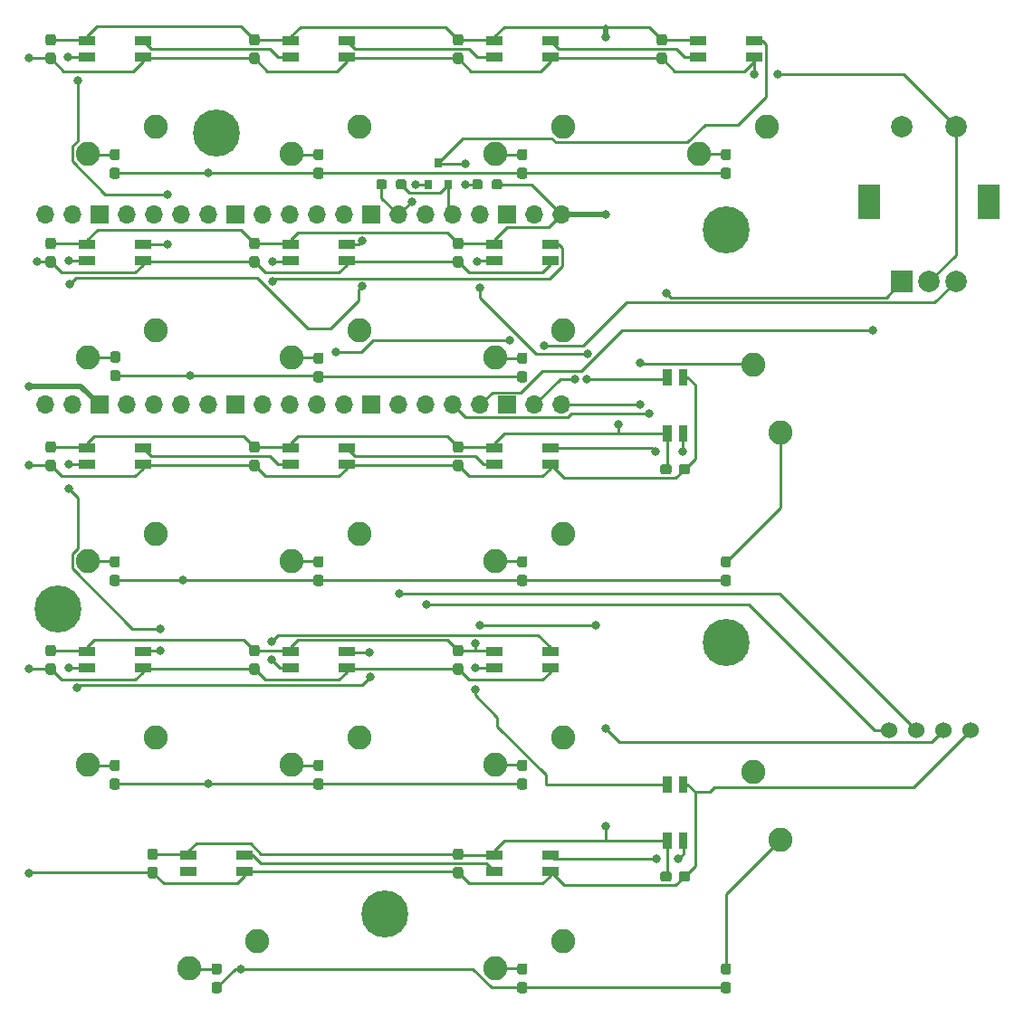
<source format=gbl>
G04 #@! TF.GenerationSoftware,KiCad,Pcbnew,(5.1.10)-1*
G04 #@! TF.CreationDate,2022-11-02T19:01:58+01:00*
G04 #@! TF.ProjectId,keyboard,6b657962-6f61-4726-942e-6b696361645f,rev?*
G04 #@! TF.SameCoordinates,Original*
G04 #@! TF.FileFunction,Copper,L2,Bot*
G04 #@! TF.FilePolarity,Positive*
%FSLAX46Y46*%
G04 Gerber Fmt 4.6, Leading zero omitted, Abs format (unit mm)*
G04 Created by KiCad (PCBNEW (5.1.10)-1) date 2022-11-02 19:01:58*
%MOMM*%
%LPD*%
G01*
G04 APERTURE LIST*
G04 #@! TA.AperFunction,ComponentPad*
%ADD10C,4.400000*%
G04 #@! TD*
G04 #@! TA.AperFunction,ComponentPad*
%ADD11C,0.700000*%
G04 #@! TD*
G04 #@! TA.AperFunction,ComponentPad*
%ADD12C,1.524000*%
G04 #@! TD*
G04 #@! TA.AperFunction,ComponentPad*
%ADD13R,2.000000X2.000000*%
G04 #@! TD*
G04 #@! TA.AperFunction,ComponentPad*
%ADD14C,2.000000*%
G04 #@! TD*
G04 #@! TA.AperFunction,ComponentPad*
%ADD15R,2.000000X3.200000*%
G04 #@! TD*
G04 #@! TA.AperFunction,SMDPad,CuDef*
%ADD16R,0.800000X0.900000*%
G04 #@! TD*
G04 #@! TA.AperFunction,SMDPad,CuDef*
%ADD17C,0.100000*%
G04 #@! TD*
G04 #@! TA.AperFunction,ComponentPad*
%ADD18O,1.700000X1.700000*%
G04 #@! TD*
G04 #@! TA.AperFunction,ComponentPad*
%ADD19R,1.700000X1.700000*%
G04 #@! TD*
G04 #@! TA.AperFunction,ComponentPad*
%ADD20C,2.250000*%
G04 #@! TD*
G04 #@! TA.AperFunction,ViaPad*
%ADD21C,0.800000*%
G04 #@! TD*
G04 #@! TA.AperFunction,Conductor*
%ADD22C,0.250000*%
G04 #@! TD*
G04 #@! TA.AperFunction,Conductor*
%ADD23C,0.500000*%
G04 #@! TD*
G04 APERTURE END LIST*
D10*
X69291200Y-110930000D03*
D11*
X70936000Y-110947200D03*
X70452726Y-112113926D03*
X69286000Y-112597200D03*
X68119274Y-112113926D03*
X67636000Y-110947200D03*
X68119274Y-109780474D03*
X69286000Y-109297200D03*
X70452726Y-109780474D03*
X85316926Y-65228874D03*
X84150200Y-64745600D03*
X82983474Y-65228874D03*
X82500200Y-66395600D03*
X82983474Y-67562326D03*
X84150200Y-68045600D03*
X85316926Y-67562326D03*
X85800200Y-66395600D03*
D10*
X84130000Y-66395600D03*
D11*
X101008926Y-138304674D03*
X99842200Y-137821400D03*
X98675474Y-138304674D03*
X98192200Y-139471400D03*
X98675474Y-140638126D03*
X99842200Y-141121400D03*
X101008926Y-140638126D03*
X101492200Y-139471400D03*
D10*
X99847400Y-139505000D03*
X131755000Y-114122200D03*
D11*
X133399800Y-114122200D03*
X132916526Y-115288926D03*
X131749800Y-115772200D03*
X130583074Y-115288926D03*
X130099800Y-114122200D03*
X130583074Y-112955474D03*
X131749800Y-112472200D03*
X132916526Y-112955474D03*
X132941926Y-74322074D03*
X131775200Y-73838800D03*
X130608474Y-74322074D03*
X130125200Y-75488800D03*
X130608474Y-76655526D03*
X131775200Y-77138800D03*
X132941926Y-76655526D03*
X133425200Y-75488800D03*
D10*
X131755000Y-75488800D03*
D12*
X146995000Y-122275000D03*
X149535000Y-122275000D03*
X152075000Y-122275000D03*
X154615000Y-122275000D03*
D13*
X148234400Y-80314800D03*
D14*
X150734400Y-80314800D03*
X153234400Y-80314800D03*
D15*
X145134400Y-72814800D03*
X156334400Y-72814800D03*
D14*
X148234400Y-65814800D03*
X153234400Y-65814800D03*
G04 #@! TA.AperFunction,SMDPad,CuDef*
G36*
G01*
X100882000Y-71459100D02*
X100882000Y-70984100D01*
G75*
G02*
X101119500Y-70746600I237500J0D01*
G01*
X101619500Y-70746600D01*
G75*
G02*
X101857000Y-70984100I0J-237500D01*
G01*
X101857000Y-71459100D01*
G75*
G02*
X101619500Y-71696600I-237500J0D01*
G01*
X101119500Y-71696600D01*
G75*
G02*
X100882000Y-71459100I0J237500D01*
G01*
G37*
G04 #@! TD.AperFunction*
G04 #@! TA.AperFunction,SMDPad,CuDef*
G36*
G01*
X99057000Y-71459100D02*
X99057000Y-70984100D01*
G75*
G02*
X99294500Y-70746600I237500J0D01*
G01*
X99794500Y-70746600D01*
G75*
G02*
X100032000Y-70984100I0J-237500D01*
G01*
X100032000Y-71459100D01*
G75*
G02*
X99794500Y-71696600I-237500J0D01*
G01*
X99294500Y-71696600D01*
G75*
G02*
X99057000Y-71459100I0J237500D01*
G01*
G37*
G04 #@! TD.AperFunction*
G04 #@! TA.AperFunction,SMDPad,CuDef*
G36*
G01*
X108998200Y-70984100D02*
X108998200Y-71459100D01*
G75*
G02*
X108760700Y-71696600I-237500J0D01*
G01*
X108260700Y-71696600D01*
G75*
G02*
X108023200Y-71459100I0J237500D01*
G01*
X108023200Y-70984100D01*
G75*
G02*
X108260700Y-70746600I237500J0D01*
G01*
X108760700Y-70746600D01*
G75*
G02*
X108998200Y-70984100I0J-237500D01*
G01*
G37*
G04 #@! TD.AperFunction*
G04 #@! TA.AperFunction,SMDPad,CuDef*
G36*
G01*
X110823200Y-70984100D02*
X110823200Y-71459100D01*
G75*
G02*
X110585700Y-71696600I-237500J0D01*
G01*
X110085700Y-71696600D01*
G75*
G02*
X109848200Y-71459100I0J237500D01*
G01*
X109848200Y-70984100D01*
G75*
G02*
X110085700Y-70746600I237500J0D01*
G01*
X110585700Y-70746600D01*
G75*
G02*
X110823200Y-70984100I0J-237500D01*
G01*
G37*
G04 #@! TD.AperFunction*
D16*
X104841000Y-69221600D03*
X103891000Y-71221600D03*
X105791000Y-71221600D03*
G04 #@! TA.AperFunction,SMDPad,CuDef*
D17*
G36*
X125844510Y-88479902D02*
G01*
X125844538Y-88479809D01*
X125844584Y-88479722D01*
X125844646Y-88479646D01*
X125844722Y-88479584D01*
X125844809Y-88479538D01*
X125844902Y-88479510D01*
X125845000Y-88479500D01*
X126665000Y-88479500D01*
X126665098Y-88479510D01*
X126665191Y-88479538D01*
X126665278Y-88479584D01*
X126665354Y-88479646D01*
X126665416Y-88479722D01*
X126665462Y-88479809D01*
X126665490Y-88479902D01*
X126665500Y-88480000D01*
X126665500Y-90026000D01*
X126665490Y-90026098D01*
X126665462Y-90026191D01*
X126665416Y-90026278D01*
X126665354Y-90026354D01*
X126665278Y-90026416D01*
X126665191Y-90026462D01*
X126665098Y-90026490D01*
X126665000Y-90026500D01*
X125845000Y-90026500D01*
X125844902Y-90026490D01*
X125844809Y-90026462D01*
X125844722Y-90026416D01*
X125844646Y-90026354D01*
X125844584Y-90026278D01*
X125844538Y-90026191D01*
X125844510Y-90026098D01*
X125844500Y-90026000D01*
X125844500Y-88480000D01*
X125844510Y-88479902D01*
G37*
G04 #@! TD.AperFunction*
G04 #@! TA.AperFunction,SMDPad,CuDef*
G36*
X127344510Y-88479902D02*
G01*
X127344538Y-88479809D01*
X127344584Y-88479722D01*
X127344646Y-88479646D01*
X127344722Y-88479584D01*
X127344809Y-88479538D01*
X127344902Y-88479510D01*
X127345000Y-88479500D01*
X128165190Y-88479500D01*
X128165288Y-88479510D01*
X128165381Y-88479538D01*
X128165468Y-88479584D01*
X128165544Y-88479646D01*
X128165606Y-88479722D01*
X128165652Y-88479809D01*
X128165680Y-88479902D01*
X128165690Y-88480000D01*
X128165500Y-90026000D01*
X128165490Y-90026098D01*
X128165462Y-90026191D01*
X128165416Y-90026278D01*
X128165354Y-90026354D01*
X128165278Y-90026416D01*
X128165191Y-90026462D01*
X128165097Y-90026490D01*
X128165000Y-90026500D01*
X127345000Y-90026500D01*
X127344902Y-90026490D01*
X127344809Y-90026462D01*
X127344722Y-90026416D01*
X127344646Y-90026354D01*
X127344584Y-90026278D01*
X127344538Y-90026191D01*
X127344510Y-90026098D01*
X127344500Y-90026000D01*
X127344500Y-88480000D01*
X127344510Y-88479902D01*
G37*
G04 #@! TD.AperFunction*
G04 #@! TA.AperFunction,SMDPad,CuDef*
G36*
X127344510Y-93733902D02*
G01*
X127344538Y-93733809D01*
X127344584Y-93733722D01*
X127344646Y-93733646D01*
X127344722Y-93733584D01*
X127344809Y-93733538D01*
X127344902Y-93733510D01*
X127345000Y-93733500D01*
X128165000Y-93733500D01*
X128165098Y-93733510D01*
X128165191Y-93733538D01*
X128165278Y-93733584D01*
X128165354Y-93733646D01*
X128165416Y-93733722D01*
X128165462Y-93733809D01*
X128165490Y-93733902D01*
X128165500Y-93734000D01*
X128165500Y-95280000D01*
X128165490Y-95280098D01*
X128165462Y-95280191D01*
X128165416Y-95280278D01*
X128165354Y-95280354D01*
X128165278Y-95280416D01*
X128165191Y-95280462D01*
X128165098Y-95280490D01*
X128165000Y-95280500D01*
X127345000Y-95280500D01*
X127344902Y-95280490D01*
X127344809Y-95280462D01*
X127344722Y-95280416D01*
X127344646Y-95280354D01*
X127344584Y-95280278D01*
X127344538Y-95280191D01*
X127344510Y-95280098D01*
X127344500Y-95280000D01*
X127344500Y-93734000D01*
X127344510Y-93733902D01*
G37*
G04 #@! TD.AperFunction*
G04 #@! TA.AperFunction,SMDPad,CuDef*
G36*
X125844510Y-93733902D02*
G01*
X125844538Y-93733809D01*
X125844584Y-93733722D01*
X125844646Y-93733646D01*
X125844722Y-93733584D01*
X125844809Y-93733538D01*
X125844902Y-93733510D01*
X125845000Y-93733500D01*
X126665000Y-93733500D01*
X126665098Y-93733510D01*
X126665191Y-93733538D01*
X126665278Y-93733584D01*
X126665354Y-93733646D01*
X126665416Y-93733722D01*
X126665462Y-93733809D01*
X126665490Y-93733902D01*
X126665500Y-93734000D01*
X126665500Y-95280000D01*
X126665490Y-95280098D01*
X126665462Y-95280191D01*
X126665416Y-95280278D01*
X126665354Y-95280354D01*
X126665278Y-95280416D01*
X126665191Y-95280462D01*
X126665098Y-95280490D01*
X126665000Y-95280500D01*
X125845000Y-95280500D01*
X125844902Y-95280490D01*
X125844809Y-95280462D01*
X125844722Y-95280416D01*
X125844646Y-95280354D01*
X125844584Y-95280278D01*
X125844538Y-95280191D01*
X125844510Y-95280098D01*
X125844500Y-95280000D01*
X125844500Y-93734000D01*
X125844510Y-93733902D01*
G37*
G04 #@! TD.AperFunction*
G04 #@! TA.AperFunction,SMDPad,CuDef*
G36*
G01*
X131992500Y-68955000D02*
X131517500Y-68955000D01*
G75*
G02*
X131280000Y-68717500I0J237500D01*
G01*
X131280000Y-68142500D01*
G75*
G02*
X131517500Y-67905000I237500J0D01*
G01*
X131992500Y-67905000D01*
G75*
G02*
X132230000Y-68142500I0J-237500D01*
G01*
X132230000Y-68717500D01*
G75*
G02*
X131992500Y-68955000I-237500J0D01*
G01*
G37*
G04 #@! TD.AperFunction*
G04 #@! TA.AperFunction,SMDPad,CuDef*
G36*
G01*
X131992500Y-70705000D02*
X131517500Y-70705000D01*
G75*
G02*
X131280000Y-70467500I0J237500D01*
G01*
X131280000Y-69892500D01*
G75*
G02*
X131517500Y-69655000I237500J0D01*
G01*
X131992500Y-69655000D01*
G75*
G02*
X132230000Y-69892500I0J-237500D01*
G01*
X132230000Y-70467500D01*
G75*
G02*
X131992500Y-70705000I-237500J0D01*
G01*
G37*
G04 #@! TD.AperFunction*
G04 #@! TA.AperFunction,SMDPad,CuDef*
G36*
G01*
X112942500Y-68955000D02*
X112467500Y-68955000D01*
G75*
G02*
X112230000Y-68717500I0J237500D01*
G01*
X112230000Y-68142500D01*
G75*
G02*
X112467500Y-67905000I237500J0D01*
G01*
X112942500Y-67905000D01*
G75*
G02*
X113180000Y-68142500I0J-237500D01*
G01*
X113180000Y-68717500D01*
G75*
G02*
X112942500Y-68955000I-237500J0D01*
G01*
G37*
G04 #@! TD.AperFunction*
G04 #@! TA.AperFunction,SMDPad,CuDef*
G36*
G01*
X112942500Y-70705000D02*
X112467500Y-70705000D01*
G75*
G02*
X112230000Y-70467500I0J237500D01*
G01*
X112230000Y-69892500D01*
G75*
G02*
X112467500Y-69655000I237500J0D01*
G01*
X112942500Y-69655000D01*
G75*
G02*
X113180000Y-69892500I0J-237500D01*
G01*
X113180000Y-70467500D01*
G75*
G02*
X112942500Y-70705000I-237500J0D01*
G01*
G37*
G04 #@! TD.AperFunction*
G04 #@! TA.AperFunction,SMDPad,CuDef*
G36*
G01*
X93892500Y-68955000D02*
X93417500Y-68955000D01*
G75*
G02*
X93180000Y-68717500I0J237500D01*
G01*
X93180000Y-68142500D01*
G75*
G02*
X93417500Y-67905000I237500J0D01*
G01*
X93892500Y-67905000D01*
G75*
G02*
X94130000Y-68142500I0J-237500D01*
G01*
X94130000Y-68717500D01*
G75*
G02*
X93892500Y-68955000I-237500J0D01*
G01*
G37*
G04 #@! TD.AperFunction*
G04 #@! TA.AperFunction,SMDPad,CuDef*
G36*
G01*
X93892500Y-70705000D02*
X93417500Y-70705000D01*
G75*
G02*
X93180000Y-70467500I0J237500D01*
G01*
X93180000Y-69892500D01*
G75*
G02*
X93417500Y-69655000I237500J0D01*
G01*
X93892500Y-69655000D01*
G75*
G02*
X94130000Y-69892500I0J-237500D01*
G01*
X94130000Y-70467500D01*
G75*
G02*
X93892500Y-70705000I-237500J0D01*
G01*
G37*
G04 #@! TD.AperFunction*
G04 #@! TA.AperFunction,SMDPad,CuDef*
G36*
G01*
X74842500Y-68955000D02*
X74367500Y-68955000D01*
G75*
G02*
X74130000Y-68717500I0J237500D01*
G01*
X74130000Y-68142500D01*
G75*
G02*
X74367500Y-67905000I237500J0D01*
G01*
X74842500Y-67905000D01*
G75*
G02*
X75080000Y-68142500I0J-237500D01*
G01*
X75080000Y-68717500D01*
G75*
G02*
X74842500Y-68955000I-237500J0D01*
G01*
G37*
G04 #@! TD.AperFunction*
G04 #@! TA.AperFunction,SMDPad,CuDef*
G36*
G01*
X74842500Y-70705000D02*
X74367500Y-70705000D01*
G75*
G02*
X74130000Y-70467500I0J237500D01*
G01*
X74130000Y-69892500D01*
G75*
G02*
X74367500Y-69655000I237500J0D01*
G01*
X74842500Y-69655000D01*
G75*
G02*
X75080000Y-69892500I0J-237500D01*
G01*
X75080000Y-70467500D01*
G75*
G02*
X74842500Y-70705000I-237500J0D01*
G01*
G37*
G04 #@! TD.AperFunction*
G04 #@! TA.AperFunction,SMDPad,CuDef*
G36*
G01*
X112942500Y-145155000D02*
X112467500Y-145155000D01*
G75*
G02*
X112230000Y-144917500I0J237500D01*
G01*
X112230000Y-144342500D01*
G75*
G02*
X112467500Y-144105000I237500J0D01*
G01*
X112942500Y-144105000D01*
G75*
G02*
X113180000Y-144342500I0J-237500D01*
G01*
X113180000Y-144917500D01*
G75*
G02*
X112942500Y-145155000I-237500J0D01*
G01*
G37*
G04 #@! TD.AperFunction*
G04 #@! TA.AperFunction,SMDPad,CuDef*
G36*
G01*
X112942500Y-146905000D02*
X112467500Y-146905000D01*
G75*
G02*
X112230000Y-146667500I0J237500D01*
G01*
X112230000Y-146092500D01*
G75*
G02*
X112467500Y-145855000I237500J0D01*
G01*
X112942500Y-145855000D01*
G75*
G02*
X113180000Y-146092500I0J-237500D01*
G01*
X113180000Y-146667500D01*
G75*
G02*
X112942500Y-146905000I-237500J0D01*
G01*
G37*
G04 #@! TD.AperFunction*
G04 #@! TA.AperFunction,SMDPad,CuDef*
G36*
G01*
X84367500Y-145155000D02*
X83892500Y-145155000D01*
G75*
G02*
X83655000Y-144917500I0J237500D01*
G01*
X83655000Y-144342500D01*
G75*
G02*
X83892500Y-144105000I237500J0D01*
G01*
X84367500Y-144105000D01*
G75*
G02*
X84605000Y-144342500I0J-237500D01*
G01*
X84605000Y-144917500D01*
G75*
G02*
X84367500Y-145155000I-237500J0D01*
G01*
G37*
G04 #@! TD.AperFunction*
G04 #@! TA.AperFunction,SMDPad,CuDef*
G36*
G01*
X84367500Y-146905000D02*
X83892500Y-146905000D01*
G75*
G02*
X83655000Y-146667500I0J237500D01*
G01*
X83655000Y-146092500D01*
G75*
G02*
X83892500Y-145855000I237500J0D01*
G01*
X84367500Y-145855000D01*
G75*
G02*
X84605000Y-146092500I0J-237500D01*
G01*
X84605000Y-146667500D01*
G75*
G02*
X84367500Y-146905000I-237500J0D01*
G01*
G37*
G04 #@! TD.AperFunction*
G04 #@! TA.AperFunction,SMDPad,CuDef*
G36*
G01*
X131992500Y-145155000D02*
X131517500Y-145155000D01*
G75*
G02*
X131280000Y-144917500I0J237500D01*
G01*
X131280000Y-144342500D01*
G75*
G02*
X131517500Y-144105000I237500J0D01*
G01*
X131992500Y-144105000D01*
G75*
G02*
X132230000Y-144342500I0J-237500D01*
G01*
X132230000Y-144917500D01*
G75*
G02*
X131992500Y-145155000I-237500J0D01*
G01*
G37*
G04 #@! TD.AperFunction*
G04 #@! TA.AperFunction,SMDPad,CuDef*
G36*
G01*
X131992500Y-146905000D02*
X131517500Y-146905000D01*
G75*
G02*
X131280000Y-146667500I0J237500D01*
G01*
X131280000Y-146092500D01*
G75*
G02*
X131517500Y-145855000I237500J0D01*
G01*
X131992500Y-145855000D01*
G75*
G02*
X132230000Y-146092500I0J-237500D01*
G01*
X132230000Y-146667500D01*
G75*
G02*
X131992500Y-146905000I-237500J0D01*
G01*
G37*
G04 #@! TD.AperFunction*
G04 #@! TA.AperFunction,SMDPad,CuDef*
G36*
G01*
X112942500Y-126105000D02*
X112467500Y-126105000D01*
G75*
G02*
X112230000Y-125867500I0J237500D01*
G01*
X112230000Y-125292500D01*
G75*
G02*
X112467500Y-125055000I237500J0D01*
G01*
X112942500Y-125055000D01*
G75*
G02*
X113180000Y-125292500I0J-237500D01*
G01*
X113180000Y-125867500D01*
G75*
G02*
X112942500Y-126105000I-237500J0D01*
G01*
G37*
G04 #@! TD.AperFunction*
G04 #@! TA.AperFunction,SMDPad,CuDef*
G36*
G01*
X112942500Y-127855000D02*
X112467500Y-127855000D01*
G75*
G02*
X112230000Y-127617500I0J237500D01*
G01*
X112230000Y-127042500D01*
G75*
G02*
X112467500Y-126805000I237500J0D01*
G01*
X112942500Y-126805000D01*
G75*
G02*
X113180000Y-127042500I0J-237500D01*
G01*
X113180000Y-127617500D01*
G75*
G02*
X112942500Y-127855000I-237500J0D01*
G01*
G37*
G04 #@! TD.AperFunction*
G04 #@! TA.AperFunction,SMDPad,CuDef*
G36*
G01*
X93892500Y-126105000D02*
X93417500Y-126105000D01*
G75*
G02*
X93180000Y-125867500I0J237500D01*
G01*
X93180000Y-125292500D01*
G75*
G02*
X93417500Y-125055000I237500J0D01*
G01*
X93892500Y-125055000D01*
G75*
G02*
X94130000Y-125292500I0J-237500D01*
G01*
X94130000Y-125867500D01*
G75*
G02*
X93892500Y-126105000I-237500J0D01*
G01*
G37*
G04 #@! TD.AperFunction*
G04 #@! TA.AperFunction,SMDPad,CuDef*
G36*
G01*
X93892500Y-127855000D02*
X93417500Y-127855000D01*
G75*
G02*
X93180000Y-127617500I0J237500D01*
G01*
X93180000Y-127042500D01*
G75*
G02*
X93417500Y-126805000I237500J0D01*
G01*
X93892500Y-126805000D01*
G75*
G02*
X94130000Y-127042500I0J-237500D01*
G01*
X94130000Y-127617500D01*
G75*
G02*
X93892500Y-127855000I-237500J0D01*
G01*
G37*
G04 #@! TD.AperFunction*
G04 #@! TA.AperFunction,SMDPad,CuDef*
G36*
G01*
X74842500Y-126105000D02*
X74367500Y-126105000D01*
G75*
G02*
X74130000Y-125867500I0J237500D01*
G01*
X74130000Y-125292500D01*
G75*
G02*
X74367500Y-125055000I237500J0D01*
G01*
X74842500Y-125055000D01*
G75*
G02*
X75080000Y-125292500I0J-237500D01*
G01*
X75080000Y-125867500D01*
G75*
G02*
X74842500Y-126105000I-237500J0D01*
G01*
G37*
G04 #@! TD.AperFunction*
G04 #@! TA.AperFunction,SMDPad,CuDef*
G36*
G01*
X74842500Y-127855000D02*
X74367500Y-127855000D01*
G75*
G02*
X74130000Y-127617500I0J237500D01*
G01*
X74130000Y-127042500D01*
G75*
G02*
X74367500Y-126805000I237500J0D01*
G01*
X74842500Y-126805000D01*
G75*
G02*
X75080000Y-127042500I0J-237500D01*
G01*
X75080000Y-127617500D01*
G75*
G02*
X74842500Y-127855000I-237500J0D01*
G01*
G37*
G04 #@! TD.AperFunction*
G04 #@! TA.AperFunction,SMDPad,CuDef*
G36*
G01*
X112942500Y-107055000D02*
X112467500Y-107055000D01*
G75*
G02*
X112230000Y-106817500I0J237500D01*
G01*
X112230000Y-106242500D01*
G75*
G02*
X112467500Y-106005000I237500J0D01*
G01*
X112942500Y-106005000D01*
G75*
G02*
X113180000Y-106242500I0J-237500D01*
G01*
X113180000Y-106817500D01*
G75*
G02*
X112942500Y-107055000I-237500J0D01*
G01*
G37*
G04 #@! TD.AperFunction*
G04 #@! TA.AperFunction,SMDPad,CuDef*
G36*
G01*
X112942500Y-108805000D02*
X112467500Y-108805000D01*
G75*
G02*
X112230000Y-108567500I0J237500D01*
G01*
X112230000Y-107992500D01*
G75*
G02*
X112467500Y-107755000I237500J0D01*
G01*
X112942500Y-107755000D01*
G75*
G02*
X113180000Y-107992500I0J-237500D01*
G01*
X113180000Y-108567500D01*
G75*
G02*
X112942500Y-108805000I-237500J0D01*
G01*
G37*
G04 #@! TD.AperFunction*
G04 #@! TA.AperFunction,SMDPad,CuDef*
G36*
G01*
X93892500Y-107055000D02*
X93417500Y-107055000D01*
G75*
G02*
X93180000Y-106817500I0J237500D01*
G01*
X93180000Y-106242500D01*
G75*
G02*
X93417500Y-106005000I237500J0D01*
G01*
X93892500Y-106005000D01*
G75*
G02*
X94130000Y-106242500I0J-237500D01*
G01*
X94130000Y-106817500D01*
G75*
G02*
X93892500Y-107055000I-237500J0D01*
G01*
G37*
G04 #@! TD.AperFunction*
G04 #@! TA.AperFunction,SMDPad,CuDef*
G36*
G01*
X93892500Y-108805000D02*
X93417500Y-108805000D01*
G75*
G02*
X93180000Y-108567500I0J237500D01*
G01*
X93180000Y-107992500D01*
G75*
G02*
X93417500Y-107755000I237500J0D01*
G01*
X93892500Y-107755000D01*
G75*
G02*
X94130000Y-107992500I0J-237500D01*
G01*
X94130000Y-108567500D01*
G75*
G02*
X93892500Y-108805000I-237500J0D01*
G01*
G37*
G04 #@! TD.AperFunction*
G04 #@! TA.AperFunction,SMDPad,CuDef*
G36*
G01*
X74842500Y-107055000D02*
X74367500Y-107055000D01*
G75*
G02*
X74130000Y-106817500I0J237500D01*
G01*
X74130000Y-106242500D01*
G75*
G02*
X74367500Y-106005000I237500J0D01*
G01*
X74842500Y-106005000D01*
G75*
G02*
X75080000Y-106242500I0J-237500D01*
G01*
X75080000Y-106817500D01*
G75*
G02*
X74842500Y-107055000I-237500J0D01*
G01*
G37*
G04 #@! TD.AperFunction*
G04 #@! TA.AperFunction,SMDPad,CuDef*
G36*
G01*
X74842500Y-108805000D02*
X74367500Y-108805000D01*
G75*
G02*
X74130000Y-108567500I0J237500D01*
G01*
X74130000Y-107992500D01*
G75*
G02*
X74367500Y-107755000I237500J0D01*
G01*
X74842500Y-107755000D01*
G75*
G02*
X75080000Y-107992500I0J-237500D01*
G01*
X75080000Y-108567500D01*
G75*
G02*
X74842500Y-108805000I-237500J0D01*
G01*
G37*
G04 #@! TD.AperFunction*
G04 #@! TA.AperFunction,SMDPad,CuDef*
G36*
G01*
X131992500Y-107055000D02*
X131517500Y-107055000D01*
G75*
G02*
X131280000Y-106817500I0J237500D01*
G01*
X131280000Y-106242500D01*
G75*
G02*
X131517500Y-106005000I237500J0D01*
G01*
X131992500Y-106005000D01*
G75*
G02*
X132230000Y-106242500I0J-237500D01*
G01*
X132230000Y-106817500D01*
G75*
G02*
X131992500Y-107055000I-237500J0D01*
G01*
G37*
G04 #@! TD.AperFunction*
G04 #@! TA.AperFunction,SMDPad,CuDef*
G36*
G01*
X131992500Y-108805000D02*
X131517500Y-108805000D01*
G75*
G02*
X131280000Y-108567500I0J237500D01*
G01*
X131280000Y-107992500D01*
G75*
G02*
X131517500Y-107755000I237500J0D01*
G01*
X131992500Y-107755000D01*
G75*
G02*
X132230000Y-107992500I0J-237500D01*
G01*
X132230000Y-108567500D01*
G75*
G02*
X131992500Y-108805000I-237500J0D01*
G01*
G37*
G04 #@! TD.AperFunction*
G04 #@! TA.AperFunction,SMDPad,CuDef*
G36*
G01*
X112942500Y-88005000D02*
X112467500Y-88005000D01*
G75*
G02*
X112230000Y-87767500I0J237500D01*
G01*
X112230000Y-87192500D01*
G75*
G02*
X112467500Y-86955000I237500J0D01*
G01*
X112942500Y-86955000D01*
G75*
G02*
X113180000Y-87192500I0J-237500D01*
G01*
X113180000Y-87767500D01*
G75*
G02*
X112942500Y-88005000I-237500J0D01*
G01*
G37*
G04 #@! TD.AperFunction*
G04 #@! TA.AperFunction,SMDPad,CuDef*
G36*
G01*
X112942500Y-89755000D02*
X112467500Y-89755000D01*
G75*
G02*
X112230000Y-89517500I0J237500D01*
G01*
X112230000Y-88942500D01*
G75*
G02*
X112467500Y-88705000I237500J0D01*
G01*
X112942500Y-88705000D01*
G75*
G02*
X113180000Y-88942500I0J-237500D01*
G01*
X113180000Y-89517500D01*
G75*
G02*
X112942500Y-89755000I-237500J0D01*
G01*
G37*
G04 #@! TD.AperFunction*
G04 #@! TA.AperFunction,SMDPad,CuDef*
G36*
G01*
X93892500Y-88005000D02*
X93417500Y-88005000D01*
G75*
G02*
X93180000Y-87767500I0J237500D01*
G01*
X93180000Y-87192500D01*
G75*
G02*
X93417500Y-86955000I237500J0D01*
G01*
X93892500Y-86955000D01*
G75*
G02*
X94130000Y-87192500I0J-237500D01*
G01*
X94130000Y-87767500D01*
G75*
G02*
X93892500Y-88005000I-237500J0D01*
G01*
G37*
G04 #@! TD.AperFunction*
G04 #@! TA.AperFunction,SMDPad,CuDef*
G36*
G01*
X93892500Y-89755000D02*
X93417500Y-89755000D01*
G75*
G02*
X93180000Y-89517500I0J237500D01*
G01*
X93180000Y-88942500D01*
G75*
G02*
X93417500Y-88705000I237500J0D01*
G01*
X93892500Y-88705000D01*
G75*
G02*
X94130000Y-88942500I0J-237500D01*
G01*
X94130000Y-89517500D01*
G75*
G02*
X93892500Y-89755000I-237500J0D01*
G01*
G37*
G04 #@! TD.AperFunction*
G04 #@! TA.AperFunction,SMDPad,CuDef*
G36*
G01*
X74887500Y-87900000D02*
X74412500Y-87900000D01*
G75*
G02*
X74175000Y-87662500I0J237500D01*
G01*
X74175000Y-87087500D01*
G75*
G02*
X74412500Y-86850000I237500J0D01*
G01*
X74887500Y-86850000D01*
G75*
G02*
X75125000Y-87087500I0J-237500D01*
G01*
X75125000Y-87662500D01*
G75*
G02*
X74887500Y-87900000I-237500J0D01*
G01*
G37*
G04 #@! TD.AperFunction*
G04 #@! TA.AperFunction,SMDPad,CuDef*
G36*
G01*
X74887500Y-89650000D02*
X74412500Y-89650000D01*
G75*
G02*
X74175000Y-89412500I0J237500D01*
G01*
X74175000Y-88837500D01*
G75*
G02*
X74412500Y-88600000I237500J0D01*
G01*
X74887500Y-88600000D01*
G75*
G02*
X75125000Y-88837500I0J-237500D01*
G01*
X75125000Y-89412500D01*
G75*
G02*
X74887500Y-89650000I-237500J0D01*
G01*
G37*
G04 #@! TD.AperFunction*
D18*
X68125000Y-74075000D03*
X101145000Y-74075000D03*
X96065000Y-91855000D03*
X116385000Y-74075000D03*
X78285000Y-91855000D03*
X78285000Y-74075000D03*
X90985000Y-91855000D03*
X90985000Y-74075000D03*
X93525000Y-74075000D03*
X113845000Y-74075000D03*
D19*
X98605000Y-74075000D03*
X73205000Y-91855000D03*
D18*
X103685000Y-74075000D03*
D19*
X73205000Y-74075000D03*
D18*
X80825000Y-91855000D03*
X88445000Y-91855000D03*
D19*
X98605000Y-91855000D03*
D18*
X101145000Y-91855000D03*
X106225000Y-74075000D03*
X80825000Y-74075000D03*
D19*
X111305000Y-74075000D03*
D18*
X108765000Y-74075000D03*
X88445000Y-74075000D03*
D19*
X85905000Y-74075000D03*
D18*
X75745000Y-74075000D03*
X70665000Y-91855000D03*
X75745000Y-91855000D03*
X96065000Y-74075000D03*
X83365000Y-91855000D03*
X93525000Y-91855000D03*
X83365000Y-74075000D03*
X68125000Y-91855000D03*
D19*
X85905000Y-91855000D03*
D18*
X70665000Y-74075000D03*
X113845000Y-91855000D03*
D19*
X111305000Y-91855000D03*
D18*
X108765000Y-91855000D03*
X103685000Y-91855000D03*
X106225000Y-91855000D03*
X116385000Y-91855000D03*
G04 #@! TA.AperFunction,SMDPad,CuDef*
G36*
G01*
X106467500Y-135080000D02*
X106942500Y-135080000D01*
G75*
G02*
X107180000Y-135317500I0J-237500D01*
G01*
X107180000Y-135917500D01*
G75*
G02*
X106942500Y-136155000I-237500J0D01*
G01*
X106467500Y-136155000D01*
G75*
G02*
X106230000Y-135917500I0J237500D01*
G01*
X106230000Y-135317500D01*
G75*
G02*
X106467500Y-135080000I237500J0D01*
G01*
G37*
G04 #@! TD.AperFunction*
G04 #@! TA.AperFunction,SMDPad,CuDef*
G36*
G01*
X106467500Y-133355000D02*
X106942500Y-133355000D01*
G75*
G02*
X107180000Y-133592500I0J-237500D01*
G01*
X107180000Y-134192500D01*
G75*
G02*
X106942500Y-134430000I-237500J0D01*
G01*
X106467500Y-134430000D01*
G75*
G02*
X106230000Y-134192500I0J237500D01*
G01*
X106230000Y-133592500D01*
G75*
G02*
X106467500Y-133355000I237500J0D01*
G01*
G37*
G04 #@! TD.AperFunction*
G04 #@! TA.AperFunction,SMDPad,CuDef*
G36*
G01*
X77892500Y-135080000D02*
X78367500Y-135080000D01*
G75*
G02*
X78605000Y-135317500I0J-237500D01*
G01*
X78605000Y-135917500D01*
G75*
G02*
X78367500Y-136155000I-237500J0D01*
G01*
X77892500Y-136155000D01*
G75*
G02*
X77655000Y-135917500I0J237500D01*
G01*
X77655000Y-135317500D01*
G75*
G02*
X77892500Y-135080000I237500J0D01*
G01*
G37*
G04 #@! TD.AperFunction*
G04 #@! TA.AperFunction,SMDPad,CuDef*
G36*
G01*
X77892500Y-133355000D02*
X78367500Y-133355000D01*
G75*
G02*
X78605000Y-133592500I0J-237500D01*
G01*
X78605000Y-134192500D01*
G75*
G02*
X78367500Y-134430000I-237500J0D01*
G01*
X77892500Y-134430000D01*
G75*
G02*
X77655000Y-134192500I0J237500D01*
G01*
X77655000Y-133592500D01*
G75*
G02*
X77892500Y-133355000I237500J0D01*
G01*
G37*
G04 #@! TD.AperFunction*
G04 #@! TA.AperFunction,SMDPad,CuDef*
G36*
G01*
X127330000Y-136217500D02*
X127330000Y-135742500D01*
G75*
G02*
X127567500Y-135505000I237500J0D01*
G01*
X128167500Y-135505000D01*
G75*
G02*
X128405000Y-135742500I0J-237500D01*
G01*
X128405000Y-136217500D01*
G75*
G02*
X128167500Y-136455000I-237500J0D01*
G01*
X127567500Y-136455000D01*
G75*
G02*
X127330000Y-136217500I0J237500D01*
G01*
G37*
G04 #@! TD.AperFunction*
G04 #@! TA.AperFunction,SMDPad,CuDef*
G36*
G01*
X125605000Y-136217500D02*
X125605000Y-135742500D01*
G75*
G02*
X125842500Y-135505000I237500J0D01*
G01*
X126442500Y-135505000D01*
G75*
G02*
X126680000Y-135742500I0J-237500D01*
G01*
X126680000Y-136217500D01*
G75*
G02*
X126442500Y-136455000I-237500J0D01*
G01*
X125842500Y-136455000D01*
G75*
G02*
X125605000Y-136217500I0J237500D01*
G01*
G37*
G04 #@! TD.AperFunction*
G04 #@! TA.AperFunction,SMDPad,CuDef*
G36*
G01*
X106467500Y-116030000D02*
X106942500Y-116030000D01*
G75*
G02*
X107180000Y-116267500I0J-237500D01*
G01*
X107180000Y-116867500D01*
G75*
G02*
X106942500Y-117105000I-237500J0D01*
G01*
X106467500Y-117105000D01*
G75*
G02*
X106230000Y-116867500I0J237500D01*
G01*
X106230000Y-116267500D01*
G75*
G02*
X106467500Y-116030000I237500J0D01*
G01*
G37*
G04 #@! TD.AperFunction*
G04 #@! TA.AperFunction,SMDPad,CuDef*
G36*
G01*
X106467500Y-114305000D02*
X106942500Y-114305000D01*
G75*
G02*
X107180000Y-114542500I0J-237500D01*
G01*
X107180000Y-115142500D01*
G75*
G02*
X106942500Y-115380000I-237500J0D01*
G01*
X106467500Y-115380000D01*
G75*
G02*
X106230000Y-115142500I0J237500D01*
G01*
X106230000Y-114542500D01*
G75*
G02*
X106467500Y-114305000I237500J0D01*
G01*
G37*
G04 #@! TD.AperFunction*
G04 #@! TA.AperFunction,SMDPad,CuDef*
G36*
G01*
X87417500Y-116030000D02*
X87892500Y-116030000D01*
G75*
G02*
X88130000Y-116267500I0J-237500D01*
G01*
X88130000Y-116867500D01*
G75*
G02*
X87892500Y-117105000I-237500J0D01*
G01*
X87417500Y-117105000D01*
G75*
G02*
X87180000Y-116867500I0J237500D01*
G01*
X87180000Y-116267500D01*
G75*
G02*
X87417500Y-116030000I237500J0D01*
G01*
G37*
G04 #@! TD.AperFunction*
G04 #@! TA.AperFunction,SMDPad,CuDef*
G36*
G01*
X87417500Y-114305000D02*
X87892500Y-114305000D01*
G75*
G02*
X88130000Y-114542500I0J-237500D01*
G01*
X88130000Y-115142500D01*
G75*
G02*
X87892500Y-115380000I-237500J0D01*
G01*
X87417500Y-115380000D01*
G75*
G02*
X87180000Y-115142500I0J237500D01*
G01*
X87180000Y-114542500D01*
G75*
G02*
X87417500Y-114305000I237500J0D01*
G01*
G37*
G04 #@! TD.AperFunction*
G04 #@! TA.AperFunction,SMDPad,CuDef*
G36*
G01*
X68367500Y-116030000D02*
X68842500Y-116030000D01*
G75*
G02*
X69080000Y-116267500I0J-237500D01*
G01*
X69080000Y-116867500D01*
G75*
G02*
X68842500Y-117105000I-237500J0D01*
G01*
X68367500Y-117105000D01*
G75*
G02*
X68130000Y-116867500I0J237500D01*
G01*
X68130000Y-116267500D01*
G75*
G02*
X68367500Y-116030000I237500J0D01*
G01*
G37*
G04 #@! TD.AperFunction*
G04 #@! TA.AperFunction,SMDPad,CuDef*
G36*
G01*
X68367500Y-114305000D02*
X68842500Y-114305000D01*
G75*
G02*
X69080000Y-114542500I0J-237500D01*
G01*
X69080000Y-115142500D01*
G75*
G02*
X68842500Y-115380000I-237500J0D01*
G01*
X68367500Y-115380000D01*
G75*
G02*
X68130000Y-115142500I0J237500D01*
G01*
X68130000Y-114542500D01*
G75*
G02*
X68367500Y-114305000I237500J0D01*
G01*
G37*
G04 #@! TD.AperFunction*
G04 #@! TA.AperFunction,SMDPad,CuDef*
G36*
G01*
X106467500Y-96980000D02*
X106942500Y-96980000D01*
G75*
G02*
X107180000Y-97217500I0J-237500D01*
G01*
X107180000Y-97817500D01*
G75*
G02*
X106942500Y-98055000I-237500J0D01*
G01*
X106467500Y-98055000D01*
G75*
G02*
X106230000Y-97817500I0J237500D01*
G01*
X106230000Y-97217500D01*
G75*
G02*
X106467500Y-96980000I237500J0D01*
G01*
G37*
G04 #@! TD.AperFunction*
G04 #@! TA.AperFunction,SMDPad,CuDef*
G36*
G01*
X106467500Y-95255000D02*
X106942500Y-95255000D01*
G75*
G02*
X107180000Y-95492500I0J-237500D01*
G01*
X107180000Y-96092500D01*
G75*
G02*
X106942500Y-96330000I-237500J0D01*
G01*
X106467500Y-96330000D01*
G75*
G02*
X106230000Y-96092500I0J237500D01*
G01*
X106230000Y-95492500D01*
G75*
G02*
X106467500Y-95255000I237500J0D01*
G01*
G37*
G04 #@! TD.AperFunction*
G04 #@! TA.AperFunction,SMDPad,CuDef*
G36*
G01*
X87417500Y-96980000D02*
X87892500Y-96980000D01*
G75*
G02*
X88130000Y-97217500I0J-237500D01*
G01*
X88130000Y-97817500D01*
G75*
G02*
X87892500Y-98055000I-237500J0D01*
G01*
X87417500Y-98055000D01*
G75*
G02*
X87180000Y-97817500I0J237500D01*
G01*
X87180000Y-97217500D01*
G75*
G02*
X87417500Y-96980000I237500J0D01*
G01*
G37*
G04 #@! TD.AperFunction*
G04 #@! TA.AperFunction,SMDPad,CuDef*
G36*
G01*
X87417500Y-95255000D02*
X87892500Y-95255000D01*
G75*
G02*
X88130000Y-95492500I0J-237500D01*
G01*
X88130000Y-96092500D01*
G75*
G02*
X87892500Y-96330000I-237500J0D01*
G01*
X87417500Y-96330000D01*
G75*
G02*
X87180000Y-96092500I0J237500D01*
G01*
X87180000Y-95492500D01*
G75*
G02*
X87417500Y-95255000I237500J0D01*
G01*
G37*
G04 #@! TD.AperFunction*
G04 #@! TA.AperFunction,SMDPad,CuDef*
G36*
G01*
X68367500Y-96980000D02*
X68842500Y-96980000D01*
G75*
G02*
X69080000Y-97217500I0J-237500D01*
G01*
X69080000Y-97817500D01*
G75*
G02*
X68842500Y-98055000I-237500J0D01*
G01*
X68367500Y-98055000D01*
G75*
G02*
X68130000Y-97817500I0J237500D01*
G01*
X68130000Y-97217500D01*
G75*
G02*
X68367500Y-96980000I237500J0D01*
G01*
G37*
G04 #@! TD.AperFunction*
G04 #@! TA.AperFunction,SMDPad,CuDef*
G36*
G01*
X68367500Y-95255000D02*
X68842500Y-95255000D01*
G75*
G02*
X69080000Y-95492500I0J-237500D01*
G01*
X69080000Y-96092500D01*
G75*
G02*
X68842500Y-96330000I-237500J0D01*
G01*
X68367500Y-96330000D01*
G75*
G02*
X68130000Y-96092500I0J237500D01*
G01*
X68130000Y-95492500D01*
G75*
G02*
X68367500Y-95255000I237500J0D01*
G01*
G37*
G04 #@! TD.AperFunction*
G04 #@! TA.AperFunction,SMDPad,CuDef*
G36*
G01*
X127330000Y-98117500D02*
X127330000Y-97642500D01*
G75*
G02*
X127567500Y-97405000I237500J0D01*
G01*
X128167500Y-97405000D01*
G75*
G02*
X128405000Y-97642500I0J-237500D01*
G01*
X128405000Y-98117500D01*
G75*
G02*
X128167500Y-98355000I-237500J0D01*
G01*
X127567500Y-98355000D01*
G75*
G02*
X127330000Y-98117500I0J237500D01*
G01*
G37*
G04 #@! TD.AperFunction*
G04 #@! TA.AperFunction,SMDPad,CuDef*
G36*
G01*
X125605000Y-98117500D02*
X125605000Y-97642500D01*
G75*
G02*
X125842500Y-97405000I237500J0D01*
G01*
X126442500Y-97405000D01*
G75*
G02*
X126680000Y-97642500I0J-237500D01*
G01*
X126680000Y-98117500D01*
G75*
G02*
X126442500Y-98355000I-237500J0D01*
G01*
X125842500Y-98355000D01*
G75*
G02*
X125605000Y-98117500I0J237500D01*
G01*
G37*
G04 #@! TD.AperFunction*
G04 #@! TA.AperFunction,SMDPad,CuDef*
G36*
G01*
X106467500Y-77930000D02*
X106942500Y-77930000D01*
G75*
G02*
X107180000Y-78167500I0J-237500D01*
G01*
X107180000Y-78767500D01*
G75*
G02*
X106942500Y-79005000I-237500J0D01*
G01*
X106467500Y-79005000D01*
G75*
G02*
X106230000Y-78767500I0J237500D01*
G01*
X106230000Y-78167500D01*
G75*
G02*
X106467500Y-77930000I237500J0D01*
G01*
G37*
G04 #@! TD.AperFunction*
G04 #@! TA.AperFunction,SMDPad,CuDef*
G36*
G01*
X106467500Y-76205000D02*
X106942500Y-76205000D01*
G75*
G02*
X107180000Y-76442500I0J-237500D01*
G01*
X107180000Y-77042500D01*
G75*
G02*
X106942500Y-77280000I-237500J0D01*
G01*
X106467500Y-77280000D01*
G75*
G02*
X106230000Y-77042500I0J237500D01*
G01*
X106230000Y-76442500D01*
G75*
G02*
X106467500Y-76205000I237500J0D01*
G01*
G37*
G04 #@! TD.AperFunction*
G04 #@! TA.AperFunction,SMDPad,CuDef*
G36*
G01*
X87417500Y-77930000D02*
X87892500Y-77930000D01*
G75*
G02*
X88130000Y-78167500I0J-237500D01*
G01*
X88130000Y-78767500D01*
G75*
G02*
X87892500Y-79005000I-237500J0D01*
G01*
X87417500Y-79005000D01*
G75*
G02*
X87180000Y-78767500I0J237500D01*
G01*
X87180000Y-78167500D01*
G75*
G02*
X87417500Y-77930000I237500J0D01*
G01*
G37*
G04 #@! TD.AperFunction*
G04 #@! TA.AperFunction,SMDPad,CuDef*
G36*
G01*
X87417500Y-76205000D02*
X87892500Y-76205000D01*
G75*
G02*
X88130000Y-76442500I0J-237500D01*
G01*
X88130000Y-77042500D01*
G75*
G02*
X87892500Y-77280000I-237500J0D01*
G01*
X87417500Y-77280000D01*
G75*
G02*
X87180000Y-77042500I0J237500D01*
G01*
X87180000Y-76442500D01*
G75*
G02*
X87417500Y-76205000I237500J0D01*
G01*
G37*
G04 #@! TD.AperFunction*
G04 #@! TA.AperFunction,SMDPad,CuDef*
G36*
G01*
X68367500Y-77930000D02*
X68842500Y-77930000D01*
G75*
G02*
X69080000Y-78167500I0J-237500D01*
G01*
X69080000Y-78767500D01*
G75*
G02*
X68842500Y-79005000I-237500J0D01*
G01*
X68367500Y-79005000D01*
G75*
G02*
X68130000Y-78767500I0J237500D01*
G01*
X68130000Y-78167500D01*
G75*
G02*
X68367500Y-77930000I237500J0D01*
G01*
G37*
G04 #@! TD.AperFunction*
G04 #@! TA.AperFunction,SMDPad,CuDef*
G36*
G01*
X68367500Y-76205000D02*
X68842500Y-76205000D01*
G75*
G02*
X69080000Y-76442500I0J-237500D01*
G01*
X69080000Y-77042500D01*
G75*
G02*
X68842500Y-77280000I-237500J0D01*
G01*
X68367500Y-77280000D01*
G75*
G02*
X68130000Y-77042500I0J237500D01*
G01*
X68130000Y-76442500D01*
G75*
G02*
X68367500Y-76205000I237500J0D01*
G01*
G37*
G04 #@! TD.AperFunction*
G04 #@! TA.AperFunction,SMDPad,CuDef*
G36*
G01*
X125517500Y-58880000D02*
X125992500Y-58880000D01*
G75*
G02*
X126230000Y-59117500I0J-237500D01*
G01*
X126230000Y-59717500D01*
G75*
G02*
X125992500Y-59955000I-237500J0D01*
G01*
X125517500Y-59955000D01*
G75*
G02*
X125280000Y-59717500I0J237500D01*
G01*
X125280000Y-59117500D01*
G75*
G02*
X125517500Y-58880000I237500J0D01*
G01*
G37*
G04 #@! TD.AperFunction*
G04 #@! TA.AperFunction,SMDPad,CuDef*
G36*
G01*
X125517500Y-57155000D02*
X125992500Y-57155000D01*
G75*
G02*
X126230000Y-57392500I0J-237500D01*
G01*
X126230000Y-57992500D01*
G75*
G02*
X125992500Y-58230000I-237500J0D01*
G01*
X125517500Y-58230000D01*
G75*
G02*
X125280000Y-57992500I0J237500D01*
G01*
X125280000Y-57392500D01*
G75*
G02*
X125517500Y-57155000I237500J0D01*
G01*
G37*
G04 #@! TD.AperFunction*
G04 #@! TA.AperFunction,SMDPad,CuDef*
G36*
G01*
X106467500Y-58880000D02*
X106942500Y-58880000D01*
G75*
G02*
X107180000Y-59117500I0J-237500D01*
G01*
X107180000Y-59717500D01*
G75*
G02*
X106942500Y-59955000I-237500J0D01*
G01*
X106467500Y-59955000D01*
G75*
G02*
X106230000Y-59717500I0J237500D01*
G01*
X106230000Y-59117500D01*
G75*
G02*
X106467500Y-58880000I237500J0D01*
G01*
G37*
G04 #@! TD.AperFunction*
G04 #@! TA.AperFunction,SMDPad,CuDef*
G36*
G01*
X106467500Y-57155000D02*
X106942500Y-57155000D01*
G75*
G02*
X107180000Y-57392500I0J-237500D01*
G01*
X107180000Y-57992500D01*
G75*
G02*
X106942500Y-58230000I-237500J0D01*
G01*
X106467500Y-58230000D01*
G75*
G02*
X106230000Y-57992500I0J237500D01*
G01*
X106230000Y-57392500D01*
G75*
G02*
X106467500Y-57155000I237500J0D01*
G01*
G37*
G04 #@! TD.AperFunction*
G04 #@! TA.AperFunction,SMDPad,CuDef*
G36*
G01*
X87417500Y-58880000D02*
X87892500Y-58880000D01*
G75*
G02*
X88130000Y-59117500I0J-237500D01*
G01*
X88130000Y-59717500D01*
G75*
G02*
X87892500Y-59955000I-237500J0D01*
G01*
X87417500Y-59955000D01*
G75*
G02*
X87180000Y-59717500I0J237500D01*
G01*
X87180000Y-59117500D01*
G75*
G02*
X87417500Y-58880000I237500J0D01*
G01*
G37*
G04 #@! TD.AperFunction*
G04 #@! TA.AperFunction,SMDPad,CuDef*
G36*
G01*
X87417500Y-57155000D02*
X87892500Y-57155000D01*
G75*
G02*
X88130000Y-57392500I0J-237500D01*
G01*
X88130000Y-57992500D01*
G75*
G02*
X87892500Y-58230000I-237500J0D01*
G01*
X87417500Y-58230000D01*
G75*
G02*
X87180000Y-57992500I0J237500D01*
G01*
X87180000Y-57392500D01*
G75*
G02*
X87417500Y-57155000I237500J0D01*
G01*
G37*
G04 #@! TD.AperFunction*
G04 #@! TA.AperFunction,SMDPad,CuDef*
G36*
G01*
X68367500Y-58880000D02*
X68842500Y-58880000D01*
G75*
G02*
X69080000Y-59117500I0J-237500D01*
G01*
X69080000Y-59717500D01*
G75*
G02*
X68842500Y-59955000I-237500J0D01*
G01*
X68367500Y-59955000D01*
G75*
G02*
X68130000Y-59717500I0J237500D01*
G01*
X68130000Y-59117500D01*
G75*
G02*
X68367500Y-58880000I237500J0D01*
G01*
G37*
G04 #@! TD.AperFunction*
G04 #@! TA.AperFunction,SMDPad,CuDef*
G36*
G01*
X68367500Y-57155000D02*
X68842500Y-57155000D01*
G75*
G02*
X69080000Y-57392500I0J-237500D01*
G01*
X69080000Y-57992500D01*
G75*
G02*
X68842500Y-58230000I-237500J0D01*
G01*
X68367500Y-58230000D01*
G75*
G02*
X68130000Y-57992500I0J237500D01*
G01*
X68130000Y-57392500D01*
G75*
G02*
X68367500Y-57155000I237500J0D01*
G01*
G37*
G04 #@! TD.AperFunction*
G04 #@! TA.AperFunction,SMDPad,CuDef*
D17*
G36*
X97055098Y-76444510D02*
G01*
X97055191Y-76444538D01*
X97055278Y-76444584D01*
X97055354Y-76444646D01*
X97055416Y-76444722D01*
X97055462Y-76444809D01*
X97055490Y-76444902D01*
X97055500Y-76445000D01*
X97055500Y-77265000D01*
X97055490Y-77265098D01*
X97055462Y-77265191D01*
X97055416Y-77265278D01*
X97055354Y-77265354D01*
X97055278Y-77265416D01*
X97055191Y-77265462D01*
X97055098Y-77265490D01*
X97055000Y-77265500D01*
X95509000Y-77265500D01*
X95508902Y-77265490D01*
X95508809Y-77265462D01*
X95508722Y-77265416D01*
X95508646Y-77265354D01*
X95508584Y-77265278D01*
X95508538Y-77265191D01*
X95508510Y-77265098D01*
X95508500Y-77265000D01*
X95508500Y-76445000D01*
X95508510Y-76444902D01*
X95508538Y-76444809D01*
X95508584Y-76444722D01*
X95508646Y-76444646D01*
X95508722Y-76444584D01*
X95508809Y-76444538D01*
X95508902Y-76444510D01*
X95509000Y-76444500D01*
X97055000Y-76444500D01*
X97055098Y-76444510D01*
G37*
G04 #@! TD.AperFunction*
G04 #@! TA.AperFunction,SMDPad,CuDef*
G36*
X97055098Y-77944510D02*
G01*
X97055191Y-77944538D01*
X97055278Y-77944584D01*
X97055354Y-77944646D01*
X97055416Y-77944722D01*
X97055462Y-77944809D01*
X97055490Y-77944902D01*
X97055500Y-77945000D01*
X97055500Y-78765190D01*
X97055490Y-78765288D01*
X97055462Y-78765381D01*
X97055416Y-78765468D01*
X97055354Y-78765544D01*
X97055278Y-78765606D01*
X97055191Y-78765652D01*
X97055098Y-78765680D01*
X97055000Y-78765690D01*
X95509000Y-78765500D01*
X95508902Y-78765490D01*
X95508809Y-78765462D01*
X95508722Y-78765416D01*
X95508646Y-78765354D01*
X95508584Y-78765278D01*
X95508538Y-78765191D01*
X95508510Y-78765097D01*
X95508500Y-78765000D01*
X95508500Y-77945000D01*
X95508510Y-77944902D01*
X95508538Y-77944809D01*
X95508584Y-77944722D01*
X95508646Y-77944646D01*
X95508722Y-77944584D01*
X95508809Y-77944538D01*
X95508902Y-77944510D01*
X95509000Y-77944500D01*
X97055000Y-77944500D01*
X97055098Y-77944510D01*
G37*
G04 #@! TD.AperFunction*
G04 #@! TA.AperFunction,SMDPad,CuDef*
G36*
X91801098Y-77944510D02*
G01*
X91801191Y-77944538D01*
X91801278Y-77944584D01*
X91801354Y-77944646D01*
X91801416Y-77944722D01*
X91801462Y-77944809D01*
X91801490Y-77944902D01*
X91801500Y-77945000D01*
X91801500Y-78765000D01*
X91801490Y-78765098D01*
X91801462Y-78765191D01*
X91801416Y-78765278D01*
X91801354Y-78765354D01*
X91801278Y-78765416D01*
X91801191Y-78765462D01*
X91801098Y-78765490D01*
X91801000Y-78765500D01*
X90255000Y-78765500D01*
X90254902Y-78765490D01*
X90254809Y-78765462D01*
X90254722Y-78765416D01*
X90254646Y-78765354D01*
X90254584Y-78765278D01*
X90254538Y-78765191D01*
X90254510Y-78765098D01*
X90254500Y-78765000D01*
X90254500Y-77945000D01*
X90254510Y-77944902D01*
X90254538Y-77944809D01*
X90254584Y-77944722D01*
X90254646Y-77944646D01*
X90254722Y-77944584D01*
X90254809Y-77944538D01*
X90254902Y-77944510D01*
X90255000Y-77944500D01*
X91801000Y-77944500D01*
X91801098Y-77944510D01*
G37*
G04 #@! TD.AperFunction*
G04 #@! TA.AperFunction,SMDPad,CuDef*
G36*
X91801098Y-76444510D02*
G01*
X91801191Y-76444538D01*
X91801278Y-76444584D01*
X91801354Y-76444646D01*
X91801416Y-76444722D01*
X91801462Y-76444809D01*
X91801490Y-76444902D01*
X91801500Y-76445000D01*
X91801500Y-77265000D01*
X91801490Y-77265098D01*
X91801462Y-77265191D01*
X91801416Y-77265278D01*
X91801354Y-77265354D01*
X91801278Y-77265416D01*
X91801191Y-77265462D01*
X91801098Y-77265490D01*
X91801000Y-77265500D01*
X90255000Y-77265500D01*
X90254902Y-77265490D01*
X90254809Y-77265462D01*
X90254722Y-77265416D01*
X90254646Y-77265354D01*
X90254584Y-77265278D01*
X90254538Y-77265191D01*
X90254510Y-77265098D01*
X90254500Y-77265000D01*
X90254500Y-76445000D01*
X90254510Y-76444902D01*
X90254538Y-76444809D01*
X90254584Y-76444722D01*
X90254646Y-76444646D01*
X90254722Y-76444584D01*
X90254809Y-76444538D01*
X90254902Y-76444510D01*
X90255000Y-76444500D01*
X91801000Y-76444500D01*
X91801098Y-76444510D01*
G37*
G04 #@! TD.AperFunction*
G04 #@! TA.AperFunction,SMDPad,CuDef*
G36*
X97055098Y-95494510D02*
G01*
X97055191Y-95494538D01*
X97055278Y-95494584D01*
X97055354Y-95494646D01*
X97055416Y-95494722D01*
X97055462Y-95494809D01*
X97055490Y-95494902D01*
X97055500Y-95495000D01*
X97055500Y-96315000D01*
X97055490Y-96315098D01*
X97055462Y-96315191D01*
X97055416Y-96315278D01*
X97055354Y-96315354D01*
X97055278Y-96315416D01*
X97055191Y-96315462D01*
X97055098Y-96315490D01*
X97055000Y-96315500D01*
X95509000Y-96315500D01*
X95508902Y-96315490D01*
X95508809Y-96315462D01*
X95508722Y-96315416D01*
X95508646Y-96315354D01*
X95508584Y-96315278D01*
X95508538Y-96315191D01*
X95508510Y-96315098D01*
X95508500Y-96315000D01*
X95508500Y-95495000D01*
X95508510Y-95494902D01*
X95508538Y-95494809D01*
X95508584Y-95494722D01*
X95508646Y-95494646D01*
X95508722Y-95494584D01*
X95508809Y-95494538D01*
X95508902Y-95494510D01*
X95509000Y-95494500D01*
X97055000Y-95494500D01*
X97055098Y-95494510D01*
G37*
G04 #@! TD.AperFunction*
G04 #@! TA.AperFunction,SMDPad,CuDef*
G36*
X97055098Y-96994510D02*
G01*
X97055191Y-96994538D01*
X97055278Y-96994584D01*
X97055354Y-96994646D01*
X97055416Y-96994722D01*
X97055462Y-96994809D01*
X97055490Y-96994902D01*
X97055500Y-96995000D01*
X97055500Y-97815190D01*
X97055490Y-97815288D01*
X97055462Y-97815381D01*
X97055416Y-97815468D01*
X97055354Y-97815544D01*
X97055278Y-97815606D01*
X97055191Y-97815652D01*
X97055098Y-97815680D01*
X97055000Y-97815690D01*
X95509000Y-97815500D01*
X95508902Y-97815490D01*
X95508809Y-97815462D01*
X95508722Y-97815416D01*
X95508646Y-97815354D01*
X95508584Y-97815278D01*
X95508538Y-97815191D01*
X95508510Y-97815097D01*
X95508500Y-97815000D01*
X95508500Y-96995000D01*
X95508510Y-96994902D01*
X95508538Y-96994809D01*
X95508584Y-96994722D01*
X95508646Y-96994646D01*
X95508722Y-96994584D01*
X95508809Y-96994538D01*
X95508902Y-96994510D01*
X95509000Y-96994500D01*
X97055000Y-96994500D01*
X97055098Y-96994510D01*
G37*
G04 #@! TD.AperFunction*
G04 #@! TA.AperFunction,SMDPad,CuDef*
G36*
X91801098Y-96994510D02*
G01*
X91801191Y-96994538D01*
X91801278Y-96994584D01*
X91801354Y-96994646D01*
X91801416Y-96994722D01*
X91801462Y-96994809D01*
X91801490Y-96994902D01*
X91801500Y-96995000D01*
X91801500Y-97815000D01*
X91801490Y-97815098D01*
X91801462Y-97815191D01*
X91801416Y-97815278D01*
X91801354Y-97815354D01*
X91801278Y-97815416D01*
X91801191Y-97815462D01*
X91801098Y-97815490D01*
X91801000Y-97815500D01*
X90255000Y-97815500D01*
X90254902Y-97815490D01*
X90254809Y-97815462D01*
X90254722Y-97815416D01*
X90254646Y-97815354D01*
X90254584Y-97815278D01*
X90254538Y-97815191D01*
X90254510Y-97815098D01*
X90254500Y-97815000D01*
X90254500Y-96995000D01*
X90254510Y-96994902D01*
X90254538Y-96994809D01*
X90254584Y-96994722D01*
X90254646Y-96994646D01*
X90254722Y-96994584D01*
X90254809Y-96994538D01*
X90254902Y-96994510D01*
X90255000Y-96994500D01*
X91801000Y-96994500D01*
X91801098Y-96994510D01*
G37*
G04 #@! TD.AperFunction*
G04 #@! TA.AperFunction,SMDPad,CuDef*
G36*
X91801098Y-95494510D02*
G01*
X91801191Y-95494538D01*
X91801278Y-95494584D01*
X91801354Y-95494646D01*
X91801416Y-95494722D01*
X91801462Y-95494809D01*
X91801490Y-95494902D01*
X91801500Y-95495000D01*
X91801500Y-96315000D01*
X91801490Y-96315098D01*
X91801462Y-96315191D01*
X91801416Y-96315278D01*
X91801354Y-96315354D01*
X91801278Y-96315416D01*
X91801191Y-96315462D01*
X91801098Y-96315490D01*
X91801000Y-96315500D01*
X90255000Y-96315500D01*
X90254902Y-96315490D01*
X90254809Y-96315462D01*
X90254722Y-96315416D01*
X90254646Y-96315354D01*
X90254584Y-96315278D01*
X90254538Y-96315191D01*
X90254510Y-96315098D01*
X90254500Y-96315000D01*
X90254500Y-95495000D01*
X90254510Y-95494902D01*
X90254538Y-95494809D01*
X90254584Y-95494722D01*
X90254646Y-95494646D01*
X90254722Y-95494584D01*
X90254809Y-95494538D01*
X90254902Y-95494510D01*
X90255000Y-95494500D01*
X91801000Y-95494500D01*
X91801098Y-95494510D01*
G37*
G04 #@! TD.AperFunction*
G04 #@! TA.AperFunction,SMDPad,CuDef*
G36*
X125844510Y-126579902D02*
G01*
X125844538Y-126579809D01*
X125844584Y-126579722D01*
X125844646Y-126579646D01*
X125844722Y-126579584D01*
X125844809Y-126579538D01*
X125844902Y-126579510D01*
X125845000Y-126579500D01*
X126665000Y-126579500D01*
X126665098Y-126579510D01*
X126665191Y-126579538D01*
X126665278Y-126579584D01*
X126665354Y-126579646D01*
X126665416Y-126579722D01*
X126665462Y-126579809D01*
X126665490Y-126579902D01*
X126665500Y-126580000D01*
X126665500Y-128126000D01*
X126665490Y-128126098D01*
X126665462Y-128126191D01*
X126665416Y-128126278D01*
X126665354Y-128126354D01*
X126665278Y-128126416D01*
X126665191Y-128126462D01*
X126665098Y-128126490D01*
X126665000Y-128126500D01*
X125845000Y-128126500D01*
X125844902Y-128126490D01*
X125844809Y-128126462D01*
X125844722Y-128126416D01*
X125844646Y-128126354D01*
X125844584Y-128126278D01*
X125844538Y-128126191D01*
X125844510Y-128126098D01*
X125844500Y-128126000D01*
X125844500Y-126580000D01*
X125844510Y-126579902D01*
G37*
G04 #@! TD.AperFunction*
G04 #@! TA.AperFunction,SMDPad,CuDef*
G36*
X127344510Y-126579902D02*
G01*
X127344538Y-126579809D01*
X127344584Y-126579722D01*
X127344646Y-126579646D01*
X127344722Y-126579584D01*
X127344809Y-126579538D01*
X127344902Y-126579510D01*
X127345000Y-126579500D01*
X128165190Y-126579500D01*
X128165288Y-126579510D01*
X128165381Y-126579538D01*
X128165468Y-126579584D01*
X128165544Y-126579646D01*
X128165606Y-126579722D01*
X128165652Y-126579809D01*
X128165680Y-126579902D01*
X128165690Y-126580000D01*
X128165500Y-128126000D01*
X128165490Y-128126098D01*
X128165462Y-128126191D01*
X128165416Y-128126278D01*
X128165354Y-128126354D01*
X128165278Y-128126416D01*
X128165191Y-128126462D01*
X128165097Y-128126490D01*
X128165000Y-128126500D01*
X127345000Y-128126500D01*
X127344902Y-128126490D01*
X127344809Y-128126462D01*
X127344722Y-128126416D01*
X127344646Y-128126354D01*
X127344584Y-128126278D01*
X127344538Y-128126191D01*
X127344510Y-128126098D01*
X127344500Y-128126000D01*
X127344500Y-126580000D01*
X127344510Y-126579902D01*
G37*
G04 #@! TD.AperFunction*
G04 #@! TA.AperFunction,SMDPad,CuDef*
G36*
X127344510Y-131833902D02*
G01*
X127344538Y-131833809D01*
X127344584Y-131833722D01*
X127344646Y-131833646D01*
X127344722Y-131833584D01*
X127344809Y-131833538D01*
X127344902Y-131833510D01*
X127345000Y-131833500D01*
X128165000Y-131833500D01*
X128165098Y-131833510D01*
X128165191Y-131833538D01*
X128165278Y-131833584D01*
X128165354Y-131833646D01*
X128165416Y-131833722D01*
X128165462Y-131833809D01*
X128165490Y-131833902D01*
X128165500Y-131834000D01*
X128165500Y-133380000D01*
X128165490Y-133380098D01*
X128165462Y-133380191D01*
X128165416Y-133380278D01*
X128165354Y-133380354D01*
X128165278Y-133380416D01*
X128165191Y-133380462D01*
X128165098Y-133380490D01*
X128165000Y-133380500D01*
X127345000Y-133380500D01*
X127344902Y-133380490D01*
X127344809Y-133380462D01*
X127344722Y-133380416D01*
X127344646Y-133380354D01*
X127344584Y-133380278D01*
X127344538Y-133380191D01*
X127344510Y-133380098D01*
X127344500Y-133380000D01*
X127344500Y-131834000D01*
X127344510Y-131833902D01*
G37*
G04 #@! TD.AperFunction*
G04 #@! TA.AperFunction,SMDPad,CuDef*
G36*
X125844510Y-131833902D02*
G01*
X125844538Y-131833809D01*
X125844584Y-131833722D01*
X125844646Y-131833646D01*
X125844722Y-131833584D01*
X125844809Y-131833538D01*
X125844902Y-131833510D01*
X125845000Y-131833500D01*
X126665000Y-131833500D01*
X126665098Y-131833510D01*
X126665191Y-131833538D01*
X126665278Y-131833584D01*
X126665354Y-131833646D01*
X126665416Y-131833722D01*
X126665462Y-131833809D01*
X126665490Y-131833902D01*
X126665500Y-131834000D01*
X126665500Y-133380000D01*
X126665490Y-133380098D01*
X126665462Y-133380191D01*
X126665416Y-133380278D01*
X126665354Y-133380354D01*
X126665278Y-133380416D01*
X126665191Y-133380462D01*
X126665098Y-133380490D01*
X126665000Y-133380500D01*
X125845000Y-133380500D01*
X125844902Y-133380490D01*
X125844809Y-133380462D01*
X125844722Y-133380416D01*
X125844646Y-133380354D01*
X125844584Y-133380278D01*
X125844538Y-133380191D01*
X125844510Y-133380098D01*
X125844500Y-133380000D01*
X125844500Y-131834000D01*
X125844510Y-131833902D01*
G37*
G04 #@! TD.AperFunction*
G04 #@! TA.AperFunction,SMDPad,CuDef*
G36*
X116105098Y-133594510D02*
G01*
X116105191Y-133594538D01*
X116105278Y-133594584D01*
X116105354Y-133594646D01*
X116105416Y-133594722D01*
X116105462Y-133594809D01*
X116105490Y-133594902D01*
X116105500Y-133595000D01*
X116105500Y-134415000D01*
X116105490Y-134415098D01*
X116105462Y-134415191D01*
X116105416Y-134415278D01*
X116105354Y-134415354D01*
X116105278Y-134415416D01*
X116105191Y-134415462D01*
X116105098Y-134415490D01*
X116105000Y-134415500D01*
X114559000Y-134415500D01*
X114558902Y-134415490D01*
X114558809Y-134415462D01*
X114558722Y-134415416D01*
X114558646Y-134415354D01*
X114558584Y-134415278D01*
X114558538Y-134415191D01*
X114558510Y-134415098D01*
X114558500Y-134415000D01*
X114558500Y-133595000D01*
X114558510Y-133594902D01*
X114558538Y-133594809D01*
X114558584Y-133594722D01*
X114558646Y-133594646D01*
X114558722Y-133594584D01*
X114558809Y-133594538D01*
X114558902Y-133594510D01*
X114559000Y-133594500D01*
X116105000Y-133594500D01*
X116105098Y-133594510D01*
G37*
G04 #@! TD.AperFunction*
G04 #@! TA.AperFunction,SMDPad,CuDef*
G36*
X116105098Y-135094510D02*
G01*
X116105191Y-135094538D01*
X116105278Y-135094584D01*
X116105354Y-135094646D01*
X116105416Y-135094722D01*
X116105462Y-135094809D01*
X116105490Y-135094902D01*
X116105500Y-135095000D01*
X116105500Y-135915190D01*
X116105490Y-135915288D01*
X116105462Y-135915381D01*
X116105416Y-135915468D01*
X116105354Y-135915544D01*
X116105278Y-135915606D01*
X116105191Y-135915652D01*
X116105098Y-135915680D01*
X116105000Y-135915690D01*
X114559000Y-135915500D01*
X114558902Y-135915490D01*
X114558809Y-135915462D01*
X114558722Y-135915416D01*
X114558646Y-135915354D01*
X114558584Y-135915278D01*
X114558538Y-135915191D01*
X114558510Y-135915097D01*
X114558500Y-135915000D01*
X114558500Y-135095000D01*
X114558510Y-135094902D01*
X114558538Y-135094809D01*
X114558584Y-135094722D01*
X114558646Y-135094646D01*
X114558722Y-135094584D01*
X114558809Y-135094538D01*
X114558902Y-135094510D01*
X114559000Y-135094500D01*
X116105000Y-135094500D01*
X116105098Y-135094510D01*
G37*
G04 #@! TD.AperFunction*
G04 #@! TA.AperFunction,SMDPad,CuDef*
G36*
X110851098Y-135094510D02*
G01*
X110851191Y-135094538D01*
X110851278Y-135094584D01*
X110851354Y-135094646D01*
X110851416Y-135094722D01*
X110851462Y-135094809D01*
X110851490Y-135094902D01*
X110851500Y-135095000D01*
X110851500Y-135915000D01*
X110851490Y-135915098D01*
X110851462Y-135915191D01*
X110851416Y-135915278D01*
X110851354Y-135915354D01*
X110851278Y-135915416D01*
X110851191Y-135915462D01*
X110851098Y-135915490D01*
X110851000Y-135915500D01*
X109305000Y-135915500D01*
X109304902Y-135915490D01*
X109304809Y-135915462D01*
X109304722Y-135915416D01*
X109304646Y-135915354D01*
X109304584Y-135915278D01*
X109304538Y-135915191D01*
X109304510Y-135915098D01*
X109304500Y-135915000D01*
X109304500Y-135095000D01*
X109304510Y-135094902D01*
X109304538Y-135094809D01*
X109304584Y-135094722D01*
X109304646Y-135094646D01*
X109304722Y-135094584D01*
X109304809Y-135094538D01*
X109304902Y-135094510D01*
X109305000Y-135094500D01*
X110851000Y-135094500D01*
X110851098Y-135094510D01*
G37*
G04 #@! TD.AperFunction*
G04 #@! TA.AperFunction,SMDPad,CuDef*
G36*
X110851098Y-133594510D02*
G01*
X110851191Y-133594538D01*
X110851278Y-133594584D01*
X110851354Y-133594646D01*
X110851416Y-133594722D01*
X110851462Y-133594809D01*
X110851490Y-133594902D01*
X110851500Y-133595000D01*
X110851500Y-134415000D01*
X110851490Y-134415098D01*
X110851462Y-134415191D01*
X110851416Y-134415278D01*
X110851354Y-134415354D01*
X110851278Y-134415416D01*
X110851191Y-134415462D01*
X110851098Y-134415490D01*
X110851000Y-134415500D01*
X109305000Y-134415500D01*
X109304902Y-134415490D01*
X109304809Y-134415462D01*
X109304722Y-134415416D01*
X109304646Y-134415354D01*
X109304584Y-134415278D01*
X109304538Y-134415191D01*
X109304510Y-134415098D01*
X109304500Y-134415000D01*
X109304500Y-133595000D01*
X109304510Y-133594902D01*
X109304538Y-133594809D01*
X109304584Y-133594722D01*
X109304646Y-133594646D01*
X109304722Y-133594584D01*
X109304809Y-133594538D01*
X109304902Y-133594510D01*
X109305000Y-133594500D01*
X110851000Y-133594500D01*
X110851098Y-133594510D01*
G37*
G04 #@! TD.AperFunction*
G04 #@! TA.AperFunction,SMDPad,CuDef*
G36*
X87530098Y-133594510D02*
G01*
X87530191Y-133594538D01*
X87530278Y-133594584D01*
X87530354Y-133594646D01*
X87530416Y-133594722D01*
X87530462Y-133594809D01*
X87530490Y-133594902D01*
X87530500Y-133595000D01*
X87530500Y-134415000D01*
X87530490Y-134415098D01*
X87530462Y-134415191D01*
X87530416Y-134415278D01*
X87530354Y-134415354D01*
X87530278Y-134415416D01*
X87530191Y-134415462D01*
X87530098Y-134415490D01*
X87530000Y-134415500D01*
X85984000Y-134415500D01*
X85983902Y-134415490D01*
X85983809Y-134415462D01*
X85983722Y-134415416D01*
X85983646Y-134415354D01*
X85983584Y-134415278D01*
X85983538Y-134415191D01*
X85983510Y-134415098D01*
X85983500Y-134415000D01*
X85983500Y-133595000D01*
X85983510Y-133594902D01*
X85983538Y-133594809D01*
X85983584Y-133594722D01*
X85983646Y-133594646D01*
X85983722Y-133594584D01*
X85983809Y-133594538D01*
X85983902Y-133594510D01*
X85984000Y-133594500D01*
X87530000Y-133594500D01*
X87530098Y-133594510D01*
G37*
G04 #@! TD.AperFunction*
G04 #@! TA.AperFunction,SMDPad,CuDef*
G36*
X87530098Y-135094510D02*
G01*
X87530191Y-135094538D01*
X87530278Y-135094584D01*
X87530354Y-135094646D01*
X87530416Y-135094722D01*
X87530462Y-135094809D01*
X87530490Y-135094902D01*
X87530500Y-135095000D01*
X87530500Y-135915190D01*
X87530490Y-135915288D01*
X87530462Y-135915381D01*
X87530416Y-135915468D01*
X87530354Y-135915544D01*
X87530278Y-135915606D01*
X87530191Y-135915652D01*
X87530098Y-135915680D01*
X87530000Y-135915690D01*
X85984000Y-135915500D01*
X85983902Y-135915490D01*
X85983809Y-135915462D01*
X85983722Y-135915416D01*
X85983646Y-135915354D01*
X85983584Y-135915278D01*
X85983538Y-135915191D01*
X85983510Y-135915097D01*
X85983500Y-135915000D01*
X85983500Y-135095000D01*
X85983510Y-135094902D01*
X85983538Y-135094809D01*
X85983584Y-135094722D01*
X85983646Y-135094646D01*
X85983722Y-135094584D01*
X85983809Y-135094538D01*
X85983902Y-135094510D01*
X85984000Y-135094500D01*
X87530000Y-135094500D01*
X87530098Y-135094510D01*
G37*
G04 #@! TD.AperFunction*
G04 #@! TA.AperFunction,SMDPad,CuDef*
G36*
X82276098Y-135094510D02*
G01*
X82276191Y-135094538D01*
X82276278Y-135094584D01*
X82276354Y-135094646D01*
X82276416Y-135094722D01*
X82276462Y-135094809D01*
X82276490Y-135094902D01*
X82276500Y-135095000D01*
X82276500Y-135915000D01*
X82276490Y-135915098D01*
X82276462Y-135915191D01*
X82276416Y-135915278D01*
X82276354Y-135915354D01*
X82276278Y-135915416D01*
X82276191Y-135915462D01*
X82276098Y-135915490D01*
X82276000Y-135915500D01*
X80730000Y-135915500D01*
X80729902Y-135915490D01*
X80729809Y-135915462D01*
X80729722Y-135915416D01*
X80729646Y-135915354D01*
X80729584Y-135915278D01*
X80729538Y-135915191D01*
X80729510Y-135915098D01*
X80729500Y-135915000D01*
X80729500Y-135095000D01*
X80729510Y-135094902D01*
X80729538Y-135094809D01*
X80729584Y-135094722D01*
X80729646Y-135094646D01*
X80729722Y-135094584D01*
X80729809Y-135094538D01*
X80729902Y-135094510D01*
X80730000Y-135094500D01*
X82276000Y-135094500D01*
X82276098Y-135094510D01*
G37*
G04 #@! TD.AperFunction*
G04 #@! TA.AperFunction,SMDPad,CuDef*
G36*
X82276098Y-133594510D02*
G01*
X82276191Y-133594538D01*
X82276278Y-133594584D01*
X82276354Y-133594646D01*
X82276416Y-133594722D01*
X82276462Y-133594809D01*
X82276490Y-133594902D01*
X82276500Y-133595000D01*
X82276500Y-134415000D01*
X82276490Y-134415098D01*
X82276462Y-134415191D01*
X82276416Y-134415278D01*
X82276354Y-134415354D01*
X82276278Y-134415416D01*
X82276191Y-134415462D01*
X82276098Y-134415490D01*
X82276000Y-134415500D01*
X80730000Y-134415500D01*
X80729902Y-134415490D01*
X80729809Y-134415462D01*
X80729722Y-134415416D01*
X80729646Y-134415354D01*
X80729584Y-134415278D01*
X80729538Y-134415191D01*
X80729510Y-134415098D01*
X80729500Y-134415000D01*
X80729500Y-133595000D01*
X80729510Y-133594902D01*
X80729538Y-133594809D01*
X80729584Y-133594722D01*
X80729646Y-133594646D01*
X80729722Y-133594584D01*
X80729809Y-133594538D01*
X80729902Y-133594510D01*
X80730000Y-133594500D01*
X82276000Y-133594500D01*
X82276098Y-133594510D01*
G37*
G04 #@! TD.AperFunction*
G04 #@! TA.AperFunction,SMDPad,CuDef*
G36*
X116105098Y-114544510D02*
G01*
X116105191Y-114544538D01*
X116105278Y-114544584D01*
X116105354Y-114544646D01*
X116105416Y-114544722D01*
X116105462Y-114544809D01*
X116105490Y-114544902D01*
X116105500Y-114545000D01*
X116105500Y-115365000D01*
X116105490Y-115365098D01*
X116105462Y-115365191D01*
X116105416Y-115365278D01*
X116105354Y-115365354D01*
X116105278Y-115365416D01*
X116105191Y-115365462D01*
X116105098Y-115365490D01*
X116105000Y-115365500D01*
X114559000Y-115365500D01*
X114558902Y-115365490D01*
X114558809Y-115365462D01*
X114558722Y-115365416D01*
X114558646Y-115365354D01*
X114558584Y-115365278D01*
X114558538Y-115365191D01*
X114558510Y-115365098D01*
X114558500Y-115365000D01*
X114558500Y-114545000D01*
X114558510Y-114544902D01*
X114558538Y-114544809D01*
X114558584Y-114544722D01*
X114558646Y-114544646D01*
X114558722Y-114544584D01*
X114558809Y-114544538D01*
X114558902Y-114544510D01*
X114559000Y-114544500D01*
X116105000Y-114544500D01*
X116105098Y-114544510D01*
G37*
G04 #@! TD.AperFunction*
G04 #@! TA.AperFunction,SMDPad,CuDef*
G36*
X116105098Y-116044510D02*
G01*
X116105191Y-116044538D01*
X116105278Y-116044584D01*
X116105354Y-116044646D01*
X116105416Y-116044722D01*
X116105462Y-116044809D01*
X116105490Y-116044902D01*
X116105500Y-116045000D01*
X116105500Y-116865190D01*
X116105490Y-116865288D01*
X116105462Y-116865381D01*
X116105416Y-116865468D01*
X116105354Y-116865544D01*
X116105278Y-116865606D01*
X116105191Y-116865652D01*
X116105098Y-116865680D01*
X116105000Y-116865690D01*
X114559000Y-116865500D01*
X114558902Y-116865490D01*
X114558809Y-116865462D01*
X114558722Y-116865416D01*
X114558646Y-116865354D01*
X114558584Y-116865278D01*
X114558538Y-116865191D01*
X114558510Y-116865097D01*
X114558500Y-116865000D01*
X114558500Y-116045000D01*
X114558510Y-116044902D01*
X114558538Y-116044809D01*
X114558584Y-116044722D01*
X114558646Y-116044646D01*
X114558722Y-116044584D01*
X114558809Y-116044538D01*
X114558902Y-116044510D01*
X114559000Y-116044500D01*
X116105000Y-116044500D01*
X116105098Y-116044510D01*
G37*
G04 #@! TD.AperFunction*
G04 #@! TA.AperFunction,SMDPad,CuDef*
G36*
X110851098Y-116044510D02*
G01*
X110851191Y-116044538D01*
X110851278Y-116044584D01*
X110851354Y-116044646D01*
X110851416Y-116044722D01*
X110851462Y-116044809D01*
X110851490Y-116044902D01*
X110851500Y-116045000D01*
X110851500Y-116865000D01*
X110851490Y-116865098D01*
X110851462Y-116865191D01*
X110851416Y-116865278D01*
X110851354Y-116865354D01*
X110851278Y-116865416D01*
X110851191Y-116865462D01*
X110851098Y-116865490D01*
X110851000Y-116865500D01*
X109305000Y-116865500D01*
X109304902Y-116865490D01*
X109304809Y-116865462D01*
X109304722Y-116865416D01*
X109304646Y-116865354D01*
X109304584Y-116865278D01*
X109304538Y-116865191D01*
X109304510Y-116865098D01*
X109304500Y-116865000D01*
X109304500Y-116045000D01*
X109304510Y-116044902D01*
X109304538Y-116044809D01*
X109304584Y-116044722D01*
X109304646Y-116044646D01*
X109304722Y-116044584D01*
X109304809Y-116044538D01*
X109304902Y-116044510D01*
X109305000Y-116044500D01*
X110851000Y-116044500D01*
X110851098Y-116044510D01*
G37*
G04 #@! TD.AperFunction*
G04 #@! TA.AperFunction,SMDPad,CuDef*
G36*
X110851098Y-114544510D02*
G01*
X110851191Y-114544538D01*
X110851278Y-114544584D01*
X110851354Y-114544646D01*
X110851416Y-114544722D01*
X110851462Y-114544809D01*
X110851490Y-114544902D01*
X110851500Y-114545000D01*
X110851500Y-115365000D01*
X110851490Y-115365098D01*
X110851462Y-115365191D01*
X110851416Y-115365278D01*
X110851354Y-115365354D01*
X110851278Y-115365416D01*
X110851191Y-115365462D01*
X110851098Y-115365490D01*
X110851000Y-115365500D01*
X109305000Y-115365500D01*
X109304902Y-115365490D01*
X109304809Y-115365462D01*
X109304722Y-115365416D01*
X109304646Y-115365354D01*
X109304584Y-115365278D01*
X109304538Y-115365191D01*
X109304510Y-115365098D01*
X109304500Y-115365000D01*
X109304500Y-114545000D01*
X109304510Y-114544902D01*
X109304538Y-114544809D01*
X109304584Y-114544722D01*
X109304646Y-114544646D01*
X109304722Y-114544584D01*
X109304809Y-114544538D01*
X109304902Y-114544510D01*
X109305000Y-114544500D01*
X110851000Y-114544500D01*
X110851098Y-114544510D01*
G37*
G04 #@! TD.AperFunction*
G04 #@! TA.AperFunction,SMDPad,CuDef*
G36*
X97055098Y-114544510D02*
G01*
X97055191Y-114544538D01*
X97055278Y-114544584D01*
X97055354Y-114544646D01*
X97055416Y-114544722D01*
X97055462Y-114544809D01*
X97055490Y-114544902D01*
X97055500Y-114545000D01*
X97055500Y-115365000D01*
X97055490Y-115365098D01*
X97055462Y-115365191D01*
X97055416Y-115365278D01*
X97055354Y-115365354D01*
X97055278Y-115365416D01*
X97055191Y-115365462D01*
X97055098Y-115365490D01*
X97055000Y-115365500D01*
X95509000Y-115365500D01*
X95508902Y-115365490D01*
X95508809Y-115365462D01*
X95508722Y-115365416D01*
X95508646Y-115365354D01*
X95508584Y-115365278D01*
X95508538Y-115365191D01*
X95508510Y-115365098D01*
X95508500Y-115365000D01*
X95508500Y-114545000D01*
X95508510Y-114544902D01*
X95508538Y-114544809D01*
X95508584Y-114544722D01*
X95508646Y-114544646D01*
X95508722Y-114544584D01*
X95508809Y-114544538D01*
X95508902Y-114544510D01*
X95509000Y-114544500D01*
X97055000Y-114544500D01*
X97055098Y-114544510D01*
G37*
G04 #@! TD.AperFunction*
G04 #@! TA.AperFunction,SMDPad,CuDef*
G36*
X97055098Y-116044510D02*
G01*
X97055191Y-116044538D01*
X97055278Y-116044584D01*
X97055354Y-116044646D01*
X97055416Y-116044722D01*
X97055462Y-116044809D01*
X97055490Y-116044902D01*
X97055500Y-116045000D01*
X97055500Y-116865190D01*
X97055490Y-116865288D01*
X97055462Y-116865381D01*
X97055416Y-116865468D01*
X97055354Y-116865544D01*
X97055278Y-116865606D01*
X97055191Y-116865652D01*
X97055098Y-116865680D01*
X97055000Y-116865690D01*
X95509000Y-116865500D01*
X95508902Y-116865490D01*
X95508809Y-116865462D01*
X95508722Y-116865416D01*
X95508646Y-116865354D01*
X95508584Y-116865278D01*
X95508538Y-116865191D01*
X95508510Y-116865097D01*
X95508500Y-116865000D01*
X95508500Y-116045000D01*
X95508510Y-116044902D01*
X95508538Y-116044809D01*
X95508584Y-116044722D01*
X95508646Y-116044646D01*
X95508722Y-116044584D01*
X95508809Y-116044538D01*
X95508902Y-116044510D01*
X95509000Y-116044500D01*
X97055000Y-116044500D01*
X97055098Y-116044510D01*
G37*
G04 #@! TD.AperFunction*
G04 #@! TA.AperFunction,SMDPad,CuDef*
G36*
X91801098Y-116044510D02*
G01*
X91801191Y-116044538D01*
X91801278Y-116044584D01*
X91801354Y-116044646D01*
X91801416Y-116044722D01*
X91801462Y-116044809D01*
X91801490Y-116044902D01*
X91801500Y-116045000D01*
X91801500Y-116865000D01*
X91801490Y-116865098D01*
X91801462Y-116865191D01*
X91801416Y-116865278D01*
X91801354Y-116865354D01*
X91801278Y-116865416D01*
X91801191Y-116865462D01*
X91801098Y-116865490D01*
X91801000Y-116865500D01*
X90255000Y-116865500D01*
X90254902Y-116865490D01*
X90254809Y-116865462D01*
X90254722Y-116865416D01*
X90254646Y-116865354D01*
X90254584Y-116865278D01*
X90254538Y-116865191D01*
X90254510Y-116865098D01*
X90254500Y-116865000D01*
X90254500Y-116045000D01*
X90254510Y-116044902D01*
X90254538Y-116044809D01*
X90254584Y-116044722D01*
X90254646Y-116044646D01*
X90254722Y-116044584D01*
X90254809Y-116044538D01*
X90254902Y-116044510D01*
X90255000Y-116044500D01*
X91801000Y-116044500D01*
X91801098Y-116044510D01*
G37*
G04 #@! TD.AperFunction*
G04 #@! TA.AperFunction,SMDPad,CuDef*
G36*
X91801098Y-114544510D02*
G01*
X91801191Y-114544538D01*
X91801278Y-114544584D01*
X91801354Y-114544646D01*
X91801416Y-114544722D01*
X91801462Y-114544809D01*
X91801490Y-114544902D01*
X91801500Y-114545000D01*
X91801500Y-115365000D01*
X91801490Y-115365098D01*
X91801462Y-115365191D01*
X91801416Y-115365278D01*
X91801354Y-115365354D01*
X91801278Y-115365416D01*
X91801191Y-115365462D01*
X91801098Y-115365490D01*
X91801000Y-115365500D01*
X90255000Y-115365500D01*
X90254902Y-115365490D01*
X90254809Y-115365462D01*
X90254722Y-115365416D01*
X90254646Y-115365354D01*
X90254584Y-115365278D01*
X90254538Y-115365191D01*
X90254510Y-115365098D01*
X90254500Y-115365000D01*
X90254500Y-114545000D01*
X90254510Y-114544902D01*
X90254538Y-114544809D01*
X90254584Y-114544722D01*
X90254646Y-114544646D01*
X90254722Y-114544584D01*
X90254809Y-114544538D01*
X90254902Y-114544510D01*
X90255000Y-114544500D01*
X91801000Y-114544500D01*
X91801098Y-114544510D01*
G37*
G04 #@! TD.AperFunction*
G04 #@! TA.AperFunction,SMDPad,CuDef*
G36*
X78005098Y-114544510D02*
G01*
X78005191Y-114544538D01*
X78005278Y-114544584D01*
X78005354Y-114544646D01*
X78005416Y-114544722D01*
X78005462Y-114544809D01*
X78005490Y-114544902D01*
X78005500Y-114545000D01*
X78005500Y-115365000D01*
X78005490Y-115365098D01*
X78005462Y-115365191D01*
X78005416Y-115365278D01*
X78005354Y-115365354D01*
X78005278Y-115365416D01*
X78005191Y-115365462D01*
X78005098Y-115365490D01*
X78005000Y-115365500D01*
X76459000Y-115365500D01*
X76458902Y-115365490D01*
X76458809Y-115365462D01*
X76458722Y-115365416D01*
X76458646Y-115365354D01*
X76458584Y-115365278D01*
X76458538Y-115365191D01*
X76458510Y-115365098D01*
X76458500Y-115365000D01*
X76458500Y-114545000D01*
X76458510Y-114544902D01*
X76458538Y-114544809D01*
X76458584Y-114544722D01*
X76458646Y-114544646D01*
X76458722Y-114544584D01*
X76458809Y-114544538D01*
X76458902Y-114544510D01*
X76459000Y-114544500D01*
X78005000Y-114544500D01*
X78005098Y-114544510D01*
G37*
G04 #@! TD.AperFunction*
G04 #@! TA.AperFunction,SMDPad,CuDef*
G36*
X78005098Y-116044510D02*
G01*
X78005191Y-116044538D01*
X78005278Y-116044584D01*
X78005354Y-116044646D01*
X78005416Y-116044722D01*
X78005462Y-116044809D01*
X78005490Y-116044902D01*
X78005500Y-116045000D01*
X78005500Y-116865190D01*
X78005490Y-116865288D01*
X78005462Y-116865381D01*
X78005416Y-116865468D01*
X78005354Y-116865544D01*
X78005278Y-116865606D01*
X78005191Y-116865652D01*
X78005098Y-116865680D01*
X78005000Y-116865690D01*
X76459000Y-116865500D01*
X76458902Y-116865490D01*
X76458809Y-116865462D01*
X76458722Y-116865416D01*
X76458646Y-116865354D01*
X76458584Y-116865278D01*
X76458538Y-116865191D01*
X76458510Y-116865097D01*
X76458500Y-116865000D01*
X76458500Y-116045000D01*
X76458510Y-116044902D01*
X76458538Y-116044809D01*
X76458584Y-116044722D01*
X76458646Y-116044646D01*
X76458722Y-116044584D01*
X76458809Y-116044538D01*
X76458902Y-116044510D01*
X76459000Y-116044500D01*
X78005000Y-116044500D01*
X78005098Y-116044510D01*
G37*
G04 #@! TD.AperFunction*
G04 #@! TA.AperFunction,SMDPad,CuDef*
G36*
X72751098Y-116044510D02*
G01*
X72751191Y-116044538D01*
X72751278Y-116044584D01*
X72751354Y-116044646D01*
X72751416Y-116044722D01*
X72751462Y-116044809D01*
X72751490Y-116044902D01*
X72751500Y-116045000D01*
X72751500Y-116865000D01*
X72751490Y-116865098D01*
X72751462Y-116865191D01*
X72751416Y-116865278D01*
X72751354Y-116865354D01*
X72751278Y-116865416D01*
X72751191Y-116865462D01*
X72751098Y-116865490D01*
X72751000Y-116865500D01*
X71205000Y-116865500D01*
X71204902Y-116865490D01*
X71204809Y-116865462D01*
X71204722Y-116865416D01*
X71204646Y-116865354D01*
X71204584Y-116865278D01*
X71204538Y-116865191D01*
X71204510Y-116865098D01*
X71204500Y-116865000D01*
X71204500Y-116045000D01*
X71204510Y-116044902D01*
X71204538Y-116044809D01*
X71204584Y-116044722D01*
X71204646Y-116044646D01*
X71204722Y-116044584D01*
X71204809Y-116044538D01*
X71204902Y-116044510D01*
X71205000Y-116044500D01*
X72751000Y-116044500D01*
X72751098Y-116044510D01*
G37*
G04 #@! TD.AperFunction*
G04 #@! TA.AperFunction,SMDPad,CuDef*
G36*
X72751098Y-114544510D02*
G01*
X72751191Y-114544538D01*
X72751278Y-114544584D01*
X72751354Y-114544646D01*
X72751416Y-114544722D01*
X72751462Y-114544809D01*
X72751490Y-114544902D01*
X72751500Y-114545000D01*
X72751500Y-115365000D01*
X72751490Y-115365098D01*
X72751462Y-115365191D01*
X72751416Y-115365278D01*
X72751354Y-115365354D01*
X72751278Y-115365416D01*
X72751191Y-115365462D01*
X72751098Y-115365490D01*
X72751000Y-115365500D01*
X71205000Y-115365500D01*
X71204902Y-115365490D01*
X71204809Y-115365462D01*
X71204722Y-115365416D01*
X71204646Y-115365354D01*
X71204584Y-115365278D01*
X71204538Y-115365191D01*
X71204510Y-115365098D01*
X71204500Y-115365000D01*
X71204500Y-114545000D01*
X71204510Y-114544902D01*
X71204538Y-114544809D01*
X71204584Y-114544722D01*
X71204646Y-114544646D01*
X71204722Y-114544584D01*
X71204809Y-114544538D01*
X71204902Y-114544510D01*
X71205000Y-114544500D01*
X72751000Y-114544500D01*
X72751098Y-114544510D01*
G37*
G04 #@! TD.AperFunction*
G04 #@! TA.AperFunction,SMDPad,CuDef*
G36*
X116105098Y-95494510D02*
G01*
X116105191Y-95494538D01*
X116105278Y-95494584D01*
X116105354Y-95494646D01*
X116105416Y-95494722D01*
X116105462Y-95494809D01*
X116105490Y-95494902D01*
X116105500Y-95495000D01*
X116105500Y-96315000D01*
X116105490Y-96315098D01*
X116105462Y-96315191D01*
X116105416Y-96315278D01*
X116105354Y-96315354D01*
X116105278Y-96315416D01*
X116105191Y-96315462D01*
X116105098Y-96315490D01*
X116105000Y-96315500D01*
X114559000Y-96315500D01*
X114558902Y-96315490D01*
X114558809Y-96315462D01*
X114558722Y-96315416D01*
X114558646Y-96315354D01*
X114558584Y-96315278D01*
X114558538Y-96315191D01*
X114558510Y-96315098D01*
X114558500Y-96315000D01*
X114558500Y-95495000D01*
X114558510Y-95494902D01*
X114558538Y-95494809D01*
X114558584Y-95494722D01*
X114558646Y-95494646D01*
X114558722Y-95494584D01*
X114558809Y-95494538D01*
X114558902Y-95494510D01*
X114559000Y-95494500D01*
X116105000Y-95494500D01*
X116105098Y-95494510D01*
G37*
G04 #@! TD.AperFunction*
G04 #@! TA.AperFunction,SMDPad,CuDef*
G36*
X116105098Y-96994510D02*
G01*
X116105191Y-96994538D01*
X116105278Y-96994584D01*
X116105354Y-96994646D01*
X116105416Y-96994722D01*
X116105462Y-96994809D01*
X116105490Y-96994902D01*
X116105500Y-96995000D01*
X116105500Y-97815190D01*
X116105490Y-97815288D01*
X116105462Y-97815381D01*
X116105416Y-97815468D01*
X116105354Y-97815544D01*
X116105278Y-97815606D01*
X116105191Y-97815652D01*
X116105098Y-97815680D01*
X116105000Y-97815690D01*
X114559000Y-97815500D01*
X114558902Y-97815490D01*
X114558809Y-97815462D01*
X114558722Y-97815416D01*
X114558646Y-97815354D01*
X114558584Y-97815278D01*
X114558538Y-97815191D01*
X114558510Y-97815097D01*
X114558500Y-97815000D01*
X114558500Y-96995000D01*
X114558510Y-96994902D01*
X114558538Y-96994809D01*
X114558584Y-96994722D01*
X114558646Y-96994646D01*
X114558722Y-96994584D01*
X114558809Y-96994538D01*
X114558902Y-96994510D01*
X114559000Y-96994500D01*
X116105000Y-96994500D01*
X116105098Y-96994510D01*
G37*
G04 #@! TD.AperFunction*
G04 #@! TA.AperFunction,SMDPad,CuDef*
G36*
X110851098Y-96994510D02*
G01*
X110851191Y-96994538D01*
X110851278Y-96994584D01*
X110851354Y-96994646D01*
X110851416Y-96994722D01*
X110851462Y-96994809D01*
X110851490Y-96994902D01*
X110851500Y-96995000D01*
X110851500Y-97815000D01*
X110851490Y-97815098D01*
X110851462Y-97815191D01*
X110851416Y-97815278D01*
X110851354Y-97815354D01*
X110851278Y-97815416D01*
X110851191Y-97815462D01*
X110851098Y-97815490D01*
X110851000Y-97815500D01*
X109305000Y-97815500D01*
X109304902Y-97815490D01*
X109304809Y-97815462D01*
X109304722Y-97815416D01*
X109304646Y-97815354D01*
X109304584Y-97815278D01*
X109304538Y-97815191D01*
X109304510Y-97815098D01*
X109304500Y-97815000D01*
X109304500Y-96995000D01*
X109304510Y-96994902D01*
X109304538Y-96994809D01*
X109304584Y-96994722D01*
X109304646Y-96994646D01*
X109304722Y-96994584D01*
X109304809Y-96994538D01*
X109304902Y-96994510D01*
X109305000Y-96994500D01*
X110851000Y-96994500D01*
X110851098Y-96994510D01*
G37*
G04 #@! TD.AperFunction*
G04 #@! TA.AperFunction,SMDPad,CuDef*
G36*
X110851098Y-95494510D02*
G01*
X110851191Y-95494538D01*
X110851278Y-95494584D01*
X110851354Y-95494646D01*
X110851416Y-95494722D01*
X110851462Y-95494809D01*
X110851490Y-95494902D01*
X110851500Y-95495000D01*
X110851500Y-96315000D01*
X110851490Y-96315098D01*
X110851462Y-96315191D01*
X110851416Y-96315278D01*
X110851354Y-96315354D01*
X110851278Y-96315416D01*
X110851191Y-96315462D01*
X110851098Y-96315490D01*
X110851000Y-96315500D01*
X109305000Y-96315500D01*
X109304902Y-96315490D01*
X109304809Y-96315462D01*
X109304722Y-96315416D01*
X109304646Y-96315354D01*
X109304584Y-96315278D01*
X109304538Y-96315191D01*
X109304510Y-96315098D01*
X109304500Y-96315000D01*
X109304500Y-95495000D01*
X109304510Y-95494902D01*
X109304538Y-95494809D01*
X109304584Y-95494722D01*
X109304646Y-95494646D01*
X109304722Y-95494584D01*
X109304809Y-95494538D01*
X109304902Y-95494510D01*
X109305000Y-95494500D01*
X110851000Y-95494500D01*
X110851098Y-95494510D01*
G37*
G04 #@! TD.AperFunction*
G04 #@! TA.AperFunction,SMDPad,CuDef*
G36*
X78005098Y-95494510D02*
G01*
X78005191Y-95494538D01*
X78005278Y-95494584D01*
X78005354Y-95494646D01*
X78005416Y-95494722D01*
X78005462Y-95494809D01*
X78005490Y-95494902D01*
X78005500Y-95495000D01*
X78005500Y-96315000D01*
X78005490Y-96315098D01*
X78005462Y-96315191D01*
X78005416Y-96315278D01*
X78005354Y-96315354D01*
X78005278Y-96315416D01*
X78005191Y-96315462D01*
X78005098Y-96315490D01*
X78005000Y-96315500D01*
X76459000Y-96315500D01*
X76458902Y-96315490D01*
X76458809Y-96315462D01*
X76458722Y-96315416D01*
X76458646Y-96315354D01*
X76458584Y-96315278D01*
X76458538Y-96315191D01*
X76458510Y-96315098D01*
X76458500Y-96315000D01*
X76458500Y-95495000D01*
X76458510Y-95494902D01*
X76458538Y-95494809D01*
X76458584Y-95494722D01*
X76458646Y-95494646D01*
X76458722Y-95494584D01*
X76458809Y-95494538D01*
X76458902Y-95494510D01*
X76459000Y-95494500D01*
X78005000Y-95494500D01*
X78005098Y-95494510D01*
G37*
G04 #@! TD.AperFunction*
G04 #@! TA.AperFunction,SMDPad,CuDef*
G36*
X78005098Y-96994510D02*
G01*
X78005191Y-96994538D01*
X78005278Y-96994584D01*
X78005354Y-96994646D01*
X78005416Y-96994722D01*
X78005462Y-96994809D01*
X78005490Y-96994902D01*
X78005500Y-96995000D01*
X78005500Y-97815190D01*
X78005490Y-97815288D01*
X78005462Y-97815381D01*
X78005416Y-97815468D01*
X78005354Y-97815544D01*
X78005278Y-97815606D01*
X78005191Y-97815652D01*
X78005098Y-97815680D01*
X78005000Y-97815690D01*
X76459000Y-97815500D01*
X76458902Y-97815490D01*
X76458809Y-97815462D01*
X76458722Y-97815416D01*
X76458646Y-97815354D01*
X76458584Y-97815278D01*
X76458538Y-97815191D01*
X76458510Y-97815097D01*
X76458500Y-97815000D01*
X76458500Y-96995000D01*
X76458510Y-96994902D01*
X76458538Y-96994809D01*
X76458584Y-96994722D01*
X76458646Y-96994646D01*
X76458722Y-96994584D01*
X76458809Y-96994538D01*
X76458902Y-96994510D01*
X76459000Y-96994500D01*
X78005000Y-96994500D01*
X78005098Y-96994510D01*
G37*
G04 #@! TD.AperFunction*
G04 #@! TA.AperFunction,SMDPad,CuDef*
G36*
X72751098Y-96994510D02*
G01*
X72751191Y-96994538D01*
X72751278Y-96994584D01*
X72751354Y-96994646D01*
X72751416Y-96994722D01*
X72751462Y-96994809D01*
X72751490Y-96994902D01*
X72751500Y-96995000D01*
X72751500Y-97815000D01*
X72751490Y-97815098D01*
X72751462Y-97815191D01*
X72751416Y-97815278D01*
X72751354Y-97815354D01*
X72751278Y-97815416D01*
X72751191Y-97815462D01*
X72751098Y-97815490D01*
X72751000Y-97815500D01*
X71205000Y-97815500D01*
X71204902Y-97815490D01*
X71204809Y-97815462D01*
X71204722Y-97815416D01*
X71204646Y-97815354D01*
X71204584Y-97815278D01*
X71204538Y-97815191D01*
X71204510Y-97815098D01*
X71204500Y-97815000D01*
X71204500Y-96995000D01*
X71204510Y-96994902D01*
X71204538Y-96994809D01*
X71204584Y-96994722D01*
X71204646Y-96994646D01*
X71204722Y-96994584D01*
X71204809Y-96994538D01*
X71204902Y-96994510D01*
X71205000Y-96994500D01*
X72751000Y-96994500D01*
X72751098Y-96994510D01*
G37*
G04 #@! TD.AperFunction*
G04 #@! TA.AperFunction,SMDPad,CuDef*
G36*
X72751098Y-95494510D02*
G01*
X72751191Y-95494538D01*
X72751278Y-95494584D01*
X72751354Y-95494646D01*
X72751416Y-95494722D01*
X72751462Y-95494809D01*
X72751490Y-95494902D01*
X72751500Y-95495000D01*
X72751500Y-96315000D01*
X72751490Y-96315098D01*
X72751462Y-96315191D01*
X72751416Y-96315278D01*
X72751354Y-96315354D01*
X72751278Y-96315416D01*
X72751191Y-96315462D01*
X72751098Y-96315490D01*
X72751000Y-96315500D01*
X71205000Y-96315500D01*
X71204902Y-96315490D01*
X71204809Y-96315462D01*
X71204722Y-96315416D01*
X71204646Y-96315354D01*
X71204584Y-96315278D01*
X71204538Y-96315191D01*
X71204510Y-96315098D01*
X71204500Y-96315000D01*
X71204500Y-95495000D01*
X71204510Y-95494902D01*
X71204538Y-95494809D01*
X71204584Y-95494722D01*
X71204646Y-95494646D01*
X71204722Y-95494584D01*
X71204809Y-95494538D01*
X71204902Y-95494510D01*
X71205000Y-95494500D01*
X72751000Y-95494500D01*
X72751098Y-95494510D01*
G37*
G04 #@! TD.AperFunction*
G04 #@! TA.AperFunction,SMDPad,CuDef*
G36*
X116105098Y-76444510D02*
G01*
X116105191Y-76444538D01*
X116105278Y-76444584D01*
X116105354Y-76444646D01*
X116105416Y-76444722D01*
X116105462Y-76444809D01*
X116105490Y-76444902D01*
X116105500Y-76445000D01*
X116105500Y-77265000D01*
X116105490Y-77265098D01*
X116105462Y-77265191D01*
X116105416Y-77265278D01*
X116105354Y-77265354D01*
X116105278Y-77265416D01*
X116105191Y-77265462D01*
X116105098Y-77265490D01*
X116105000Y-77265500D01*
X114559000Y-77265500D01*
X114558902Y-77265490D01*
X114558809Y-77265462D01*
X114558722Y-77265416D01*
X114558646Y-77265354D01*
X114558584Y-77265278D01*
X114558538Y-77265191D01*
X114558510Y-77265098D01*
X114558500Y-77265000D01*
X114558500Y-76445000D01*
X114558510Y-76444902D01*
X114558538Y-76444809D01*
X114558584Y-76444722D01*
X114558646Y-76444646D01*
X114558722Y-76444584D01*
X114558809Y-76444538D01*
X114558902Y-76444510D01*
X114559000Y-76444500D01*
X116105000Y-76444500D01*
X116105098Y-76444510D01*
G37*
G04 #@! TD.AperFunction*
G04 #@! TA.AperFunction,SMDPad,CuDef*
G36*
X116105098Y-77944510D02*
G01*
X116105191Y-77944538D01*
X116105278Y-77944584D01*
X116105354Y-77944646D01*
X116105416Y-77944722D01*
X116105462Y-77944809D01*
X116105490Y-77944902D01*
X116105500Y-77945000D01*
X116105500Y-78765190D01*
X116105490Y-78765288D01*
X116105462Y-78765381D01*
X116105416Y-78765468D01*
X116105354Y-78765544D01*
X116105278Y-78765606D01*
X116105191Y-78765652D01*
X116105098Y-78765680D01*
X116105000Y-78765690D01*
X114559000Y-78765500D01*
X114558902Y-78765490D01*
X114558809Y-78765462D01*
X114558722Y-78765416D01*
X114558646Y-78765354D01*
X114558584Y-78765278D01*
X114558538Y-78765191D01*
X114558510Y-78765097D01*
X114558500Y-78765000D01*
X114558500Y-77945000D01*
X114558510Y-77944902D01*
X114558538Y-77944809D01*
X114558584Y-77944722D01*
X114558646Y-77944646D01*
X114558722Y-77944584D01*
X114558809Y-77944538D01*
X114558902Y-77944510D01*
X114559000Y-77944500D01*
X116105000Y-77944500D01*
X116105098Y-77944510D01*
G37*
G04 #@! TD.AperFunction*
G04 #@! TA.AperFunction,SMDPad,CuDef*
G36*
X110851098Y-77944510D02*
G01*
X110851191Y-77944538D01*
X110851278Y-77944584D01*
X110851354Y-77944646D01*
X110851416Y-77944722D01*
X110851462Y-77944809D01*
X110851490Y-77944902D01*
X110851500Y-77945000D01*
X110851500Y-78765000D01*
X110851490Y-78765098D01*
X110851462Y-78765191D01*
X110851416Y-78765278D01*
X110851354Y-78765354D01*
X110851278Y-78765416D01*
X110851191Y-78765462D01*
X110851098Y-78765490D01*
X110851000Y-78765500D01*
X109305000Y-78765500D01*
X109304902Y-78765490D01*
X109304809Y-78765462D01*
X109304722Y-78765416D01*
X109304646Y-78765354D01*
X109304584Y-78765278D01*
X109304538Y-78765191D01*
X109304510Y-78765098D01*
X109304500Y-78765000D01*
X109304500Y-77945000D01*
X109304510Y-77944902D01*
X109304538Y-77944809D01*
X109304584Y-77944722D01*
X109304646Y-77944646D01*
X109304722Y-77944584D01*
X109304809Y-77944538D01*
X109304902Y-77944510D01*
X109305000Y-77944500D01*
X110851000Y-77944500D01*
X110851098Y-77944510D01*
G37*
G04 #@! TD.AperFunction*
G04 #@! TA.AperFunction,SMDPad,CuDef*
G36*
X110851098Y-76444510D02*
G01*
X110851191Y-76444538D01*
X110851278Y-76444584D01*
X110851354Y-76444646D01*
X110851416Y-76444722D01*
X110851462Y-76444809D01*
X110851490Y-76444902D01*
X110851500Y-76445000D01*
X110851500Y-77265000D01*
X110851490Y-77265098D01*
X110851462Y-77265191D01*
X110851416Y-77265278D01*
X110851354Y-77265354D01*
X110851278Y-77265416D01*
X110851191Y-77265462D01*
X110851098Y-77265490D01*
X110851000Y-77265500D01*
X109305000Y-77265500D01*
X109304902Y-77265490D01*
X109304809Y-77265462D01*
X109304722Y-77265416D01*
X109304646Y-77265354D01*
X109304584Y-77265278D01*
X109304538Y-77265191D01*
X109304510Y-77265098D01*
X109304500Y-77265000D01*
X109304500Y-76445000D01*
X109304510Y-76444902D01*
X109304538Y-76444809D01*
X109304584Y-76444722D01*
X109304646Y-76444646D01*
X109304722Y-76444584D01*
X109304809Y-76444538D01*
X109304902Y-76444510D01*
X109305000Y-76444500D01*
X110851000Y-76444500D01*
X110851098Y-76444510D01*
G37*
G04 #@! TD.AperFunction*
G04 #@! TA.AperFunction,SMDPad,CuDef*
G36*
X78005098Y-76444510D02*
G01*
X78005191Y-76444538D01*
X78005278Y-76444584D01*
X78005354Y-76444646D01*
X78005416Y-76444722D01*
X78005462Y-76444809D01*
X78005490Y-76444902D01*
X78005500Y-76445000D01*
X78005500Y-77265000D01*
X78005490Y-77265098D01*
X78005462Y-77265191D01*
X78005416Y-77265278D01*
X78005354Y-77265354D01*
X78005278Y-77265416D01*
X78005191Y-77265462D01*
X78005098Y-77265490D01*
X78005000Y-77265500D01*
X76459000Y-77265500D01*
X76458902Y-77265490D01*
X76458809Y-77265462D01*
X76458722Y-77265416D01*
X76458646Y-77265354D01*
X76458584Y-77265278D01*
X76458538Y-77265191D01*
X76458510Y-77265098D01*
X76458500Y-77265000D01*
X76458500Y-76445000D01*
X76458510Y-76444902D01*
X76458538Y-76444809D01*
X76458584Y-76444722D01*
X76458646Y-76444646D01*
X76458722Y-76444584D01*
X76458809Y-76444538D01*
X76458902Y-76444510D01*
X76459000Y-76444500D01*
X78005000Y-76444500D01*
X78005098Y-76444510D01*
G37*
G04 #@! TD.AperFunction*
G04 #@! TA.AperFunction,SMDPad,CuDef*
G36*
X78005098Y-77944510D02*
G01*
X78005191Y-77944538D01*
X78005278Y-77944584D01*
X78005354Y-77944646D01*
X78005416Y-77944722D01*
X78005462Y-77944809D01*
X78005490Y-77944902D01*
X78005500Y-77945000D01*
X78005500Y-78765190D01*
X78005490Y-78765288D01*
X78005462Y-78765381D01*
X78005416Y-78765468D01*
X78005354Y-78765544D01*
X78005278Y-78765606D01*
X78005191Y-78765652D01*
X78005098Y-78765680D01*
X78005000Y-78765690D01*
X76459000Y-78765500D01*
X76458902Y-78765490D01*
X76458809Y-78765462D01*
X76458722Y-78765416D01*
X76458646Y-78765354D01*
X76458584Y-78765278D01*
X76458538Y-78765191D01*
X76458510Y-78765097D01*
X76458500Y-78765000D01*
X76458500Y-77945000D01*
X76458510Y-77944902D01*
X76458538Y-77944809D01*
X76458584Y-77944722D01*
X76458646Y-77944646D01*
X76458722Y-77944584D01*
X76458809Y-77944538D01*
X76458902Y-77944510D01*
X76459000Y-77944500D01*
X78005000Y-77944500D01*
X78005098Y-77944510D01*
G37*
G04 #@! TD.AperFunction*
G04 #@! TA.AperFunction,SMDPad,CuDef*
G36*
X72751098Y-77944510D02*
G01*
X72751191Y-77944538D01*
X72751278Y-77944584D01*
X72751354Y-77944646D01*
X72751416Y-77944722D01*
X72751462Y-77944809D01*
X72751490Y-77944902D01*
X72751500Y-77945000D01*
X72751500Y-78765000D01*
X72751490Y-78765098D01*
X72751462Y-78765191D01*
X72751416Y-78765278D01*
X72751354Y-78765354D01*
X72751278Y-78765416D01*
X72751191Y-78765462D01*
X72751098Y-78765490D01*
X72751000Y-78765500D01*
X71205000Y-78765500D01*
X71204902Y-78765490D01*
X71204809Y-78765462D01*
X71204722Y-78765416D01*
X71204646Y-78765354D01*
X71204584Y-78765278D01*
X71204538Y-78765191D01*
X71204510Y-78765098D01*
X71204500Y-78765000D01*
X71204500Y-77945000D01*
X71204510Y-77944902D01*
X71204538Y-77944809D01*
X71204584Y-77944722D01*
X71204646Y-77944646D01*
X71204722Y-77944584D01*
X71204809Y-77944538D01*
X71204902Y-77944510D01*
X71205000Y-77944500D01*
X72751000Y-77944500D01*
X72751098Y-77944510D01*
G37*
G04 #@! TD.AperFunction*
G04 #@! TA.AperFunction,SMDPad,CuDef*
G36*
X72751098Y-76444510D02*
G01*
X72751191Y-76444538D01*
X72751278Y-76444584D01*
X72751354Y-76444646D01*
X72751416Y-76444722D01*
X72751462Y-76444809D01*
X72751490Y-76444902D01*
X72751500Y-76445000D01*
X72751500Y-77265000D01*
X72751490Y-77265098D01*
X72751462Y-77265191D01*
X72751416Y-77265278D01*
X72751354Y-77265354D01*
X72751278Y-77265416D01*
X72751191Y-77265462D01*
X72751098Y-77265490D01*
X72751000Y-77265500D01*
X71205000Y-77265500D01*
X71204902Y-77265490D01*
X71204809Y-77265462D01*
X71204722Y-77265416D01*
X71204646Y-77265354D01*
X71204584Y-77265278D01*
X71204538Y-77265191D01*
X71204510Y-77265098D01*
X71204500Y-77265000D01*
X71204500Y-76445000D01*
X71204510Y-76444902D01*
X71204538Y-76444809D01*
X71204584Y-76444722D01*
X71204646Y-76444646D01*
X71204722Y-76444584D01*
X71204809Y-76444538D01*
X71204902Y-76444510D01*
X71205000Y-76444500D01*
X72751000Y-76444500D01*
X72751098Y-76444510D01*
G37*
G04 #@! TD.AperFunction*
G04 #@! TA.AperFunction,SMDPad,CuDef*
G36*
X116105098Y-57394510D02*
G01*
X116105191Y-57394538D01*
X116105278Y-57394584D01*
X116105354Y-57394646D01*
X116105416Y-57394722D01*
X116105462Y-57394809D01*
X116105490Y-57394902D01*
X116105500Y-57395000D01*
X116105500Y-58215000D01*
X116105490Y-58215098D01*
X116105462Y-58215191D01*
X116105416Y-58215278D01*
X116105354Y-58215354D01*
X116105278Y-58215416D01*
X116105191Y-58215462D01*
X116105098Y-58215490D01*
X116105000Y-58215500D01*
X114559000Y-58215500D01*
X114558902Y-58215490D01*
X114558809Y-58215462D01*
X114558722Y-58215416D01*
X114558646Y-58215354D01*
X114558584Y-58215278D01*
X114558538Y-58215191D01*
X114558510Y-58215098D01*
X114558500Y-58215000D01*
X114558500Y-57395000D01*
X114558510Y-57394902D01*
X114558538Y-57394809D01*
X114558584Y-57394722D01*
X114558646Y-57394646D01*
X114558722Y-57394584D01*
X114558809Y-57394538D01*
X114558902Y-57394510D01*
X114559000Y-57394500D01*
X116105000Y-57394500D01*
X116105098Y-57394510D01*
G37*
G04 #@! TD.AperFunction*
G04 #@! TA.AperFunction,SMDPad,CuDef*
G36*
X116105098Y-58894510D02*
G01*
X116105191Y-58894538D01*
X116105278Y-58894584D01*
X116105354Y-58894646D01*
X116105416Y-58894722D01*
X116105462Y-58894809D01*
X116105490Y-58894902D01*
X116105500Y-58895000D01*
X116105500Y-59715190D01*
X116105490Y-59715288D01*
X116105462Y-59715381D01*
X116105416Y-59715468D01*
X116105354Y-59715544D01*
X116105278Y-59715606D01*
X116105191Y-59715652D01*
X116105098Y-59715680D01*
X116105000Y-59715690D01*
X114559000Y-59715500D01*
X114558902Y-59715490D01*
X114558809Y-59715462D01*
X114558722Y-59715416D01*
X114558646Y-59715354D01*
X114558584Y-59715278D01*
X114558538Y-59715191D01*
X114558510Y-59715097D01*
X114558500Y-59715000D01*
X114558500Y-58895000D01*
X114558510Y-58894902D01*
X114558538Y-58894809D01*
X114558584Y-58894722D01*
X114558646Y-58894646D01*
X114558722Y-58894584D01*
X114558809Y-58894538D01*
X114558902Y-58894510D01*
X114559000Y-58894500D01*
X116105000Y-58894500D01*
X116105098Y-58894510D01*
G37*
G04 #@! TD.AperFunction*
G04 #@! TA.AperFunction,SMDPad,CuDef*
G36*
X110851098Y-58894510D02*
G01*
X110851191Y-58894538D01*
X110851278Y-58894584D01*
X110851354Y-58894646D01*
X110851416Y-58894722D01*
X110851462Y-58894809D01*
X110851490Y-58894902D01*
X110851500Y-58895000D01*
X110851500Y-59715000D01*
X110851490Y-59715098D01*
X110851462Y-59715191D01*
X110851416Y-59715278D01*
X110851354Y-59715354D01*
X110851278Y-59715416D01*
X110851191Y-59715462D01*
X110851098Y-59715490D01*
X110851000Y-59715500D01*
X109305000Y-59715500D01*
X109304902Y-59715490D01*
X109304809Y-59715462D01*
X109304722Y-59715416D01*
X109304646Y-59715354D01*
X109304584Y-59715278D01*
X109304538Y-59715191D01*
X109304510Y-59715098D01*
X109304500Y-59715000D01*
X109304500Y-58895000D01*
X109304510Y-58894902D01*
X109304538Y-58894809D01*
X109304584Y-58894722D01*
X109304646Y-58894646D01*
X109304722Y-58894584D01*
X109304809Y-58894538D01*
X109304902Y-58894510D01*
X109305000Y-58894500D01*
X110851000Y-58894500D01*
X110851098Y-58894510D01*
G37*
G04 #@! TD.AperFunction*
G04 #@! TA.AperFunction,SMDPad,CuDef*
G36*
X110851098Y-57394510D02*
G01*
X110851191Y-57394538D01*
X110851278Y-57394584D01*
X110851354Y-57394646D01*
X110851416Y-57394722D01*
X110851462Y-57394809D01*
X110851490Y-57394902D01*
X110851500Y-57395000D01*
X110851500Y-58215000D01*
X110851490Y-58215098D01*
X110851462Y-58215191D01*
X110851416Y-58215278D01*
X110851354Y-58215354D01*
X110851278Y-58215416D01*
X110851191Y-58215462D01*
X110851098Y-58215490D01*
X110851000Y-58215500D01*
X109305000Y-58215500D01*
X109304902Y-58215490D01*
X109304809Y-58215462D01*
X109304722Y-58215416D01*
X109304646Y-58215354D01*
X109304584Y-58215278D01*
X109304538Y-58215191D01*
X109304510Y-58215098D01*
X109304500Y-58215000D01*
X109304500Y-57395000D01*
X109304510Y-57394902D01*
X109304538Y-57394809D01*
X109304584Y-57394722D01*
X109304646Y-57394646D01*
X109304722Y-57394584D01*
X109304809Y-57394538D01*
X109304902Y-57394510D01*
X109305000Y-57394500D01*
X110851000Y-57394500D01*
X110851098Y-57394510D01*
G37*
G04 #@! TD.AperFunction*
G04 #@! TA.AperFunction,SMDPad,CuDef*
G36*
X97055098Y-57394510D02*
G01*
X97055191Y-57394538D01*
X97055278Y-57394584D01*
X97055354Y-57394646D01*
X97055416Y-57394722D01*
X97055462Y-57394809D01*
X97055490Y-57394902D01*
X97055500Y-57395000D01*
X97055500Y-58215000D01*
X97055490Y-58215098D01*
X97055462Y-58215191D01*
X97055416Y-58215278D01*
X97055354Y-58215354D01*
X97055278Y-58215416D01*
X97055191Y-58215462D01*
X97055098Y-58215490D01*
X97055000Y-58215500D01*
X95509000Y-58215500D01*
X95508902Y-58215490D01*
X95508809Y-58215462D01*
X95508722Y-58215416D01*
X95508646Y-58215354D01*
X95508584Y-58215278D01*
X95508538Y-58215191D01*
X95508510Y-58215098D01*
X95508500Y-58215000D01*
X95508500Y-57395000D01*
X95508510Y-57394902D01*
X95508538Y-57394809D01*
X95508584Y-57394722D01*
X95508646Y-57394646D01*
X95508722Y-57394584D01*
X95508809Y-57394538D01*
X95508902Y-57394510D01*
X95509000Y-57394500D01*
X97055000Y-57394500D01*
X97055098Y-57394510D01*
G37*
G04 #@! TD.AperFunction*
G04 #@! TA.AperFunction,SMDPad,CuDef*
G36*
X97055098Y-58894510D02*
G01*
X97055191Y-58894538D01*
X97055278Y-58894584D01*
X97055354Y-58894646D01*
X97055416Y-58894722D01*
X97055462Y-58894809D01*
X97055490Y-58894902D01*
X97055500Y-58895000D01*
X97055500Y-59715190D01*
X97055490Y-59715288D01*
X97055462Y-59715381D01*
X97055416Y-59715468D01*
X97055354Y-59715544D01*
X97055278Y-59715606D01*
X97055191Y-59715652D01*
X97055098Y-59715680D01*
X97055000Y-59715690D01*
X95509000Y-59715500D01*
X95508902Y-59715490D01*
X95508809Y-59715462D01*
X95508722Y-59715416D01*
X95508646Y-59715354D01*
X95508584Y-59715278D01*
X95508538Y-59715191D01*
X95508510Y-59715097D01*
X95508500Y-59715000D01*
X95508500Y-58895000D01*
X95508510Y-58894902D01*
X95508538Y-58894809D01*
X95508584Y-58894722D01*
X95508646Y-58894646D01*
X95508722Y-58894584D01*
X95508809Y-58894538D01*
X95508902Y-58894510D01*
X95509000Y-58894500D01*
X97055000Y-58894500D01*
X97055098Y-58894510D01*
G37*
G04 #@! TD.AperFunction*
G04 #@! TA.AperFunction,SMDPad,CuDef*
G36*
X91801098Y-58894510D02*
G01*
X91801191Y-58894538D01*
X91801278Y-58894584D01*
X91801354Y-58894646D01*
X91801416Y-58894722D01*
X91801462Y-58894809D01*
X91801490Y-58894902D01*
X91801500Y-58895000D01*
X91801500Y-59715000D01*
X91801490Y-59715098D01*
X91801462Y-59715191D01*
X91801416Y-59715278D01*
X91801354Y-59715354D01*
X91801278Y-59715416D01*
X91801191Y-59715462D01*
X91801098Y-59715490D01*
X91801000Y-59715500D01*
X90255000Y-59715500D01*
X90254902Y-59715490D01*
X90254809Y-59715462D01*
X90254722Y-59715416D01*
X90254646Y-59715354D01*
X90254584Y-59715278D01*
X90254538Y-59715191D01*
X90254510Y-59715098D01*
X90254500Y-59715000D01*
X90254500Y-58895000D01*
X90254510Y-58894902D01*
X90254538Y-58894809D01*
X90254584Y-58894722D01*
X90254646Y-58894646D01*
X90254722Y-58894584D01*
X90254809Y-58894538D01*
X90254902Y-58894510D01*
X90255000Y-58894500D01*
X91801000Y-58894500D01*
X91801098Y-58894510D01*
G37*
G04 #@! TD.AperFunction*
G04 #@! TA.AperFunction,SMDPad,CuDef*
G36*
X91801098Y-57394510D02*
G01*
X91801191Y-57394538D01*
X91801278Y-57394584D01*
X91801354Y-57394646D01*
X91801416Y-57394722D01*
X91801462Y-57394809D01*
X91801490Y-57394902D01*
X91801500Y-57395000D01*
X91801500Y-58215000D01*
X91801490Y-58215098D01*
X91801462Y-58215191D01*
X91801416Y-58215278D01*
X91801354Y-58215354D01*
X91801278Y-58215416D01*
X91801191Y-58215462D01*
X91801098Y-58215490D01*
X91801000Y-58215500D01*
X90255000Y-58215500D01*
X90254902Y-58215490D01*
X90254809Y-58215462D01*
X90254722Y-58215416D01*
X90254646Y-58215354D01*
X90254584Y-58215278D01*
X90254538Y-58215191D01*
X90254510Y-58215098D01*
X90254500Y-58215000D01*
X90254500Y-57395000D01*
X90254510Y-57394902D01*
X90254538Y-57394809D01*
X90254584Y-57394722D01*
X90254646Y-57394646D01*
X90254722Y-57394584D01*
X90254809Y-57394538D01*
X90254902Y-57394510D01*
X90255000Y-57394500D01*
X91801000Y-57394500D01*
X91801098Y-57394510D01*
G37*
G04 #@! TD.AperFunction*
G04 #@! TA.AperFunction,SMDPad,CuDef*
G36*
X78005098Y-57394510D02*
G01*
X78005191Y-57394538D01*
X78005278Y-57394584D01*
X78005354Y-57394646D01*
X78005416Y-57394722D01*
X78005462Y-57394809D01*
X78005490Y-57394902D01*
X78005500Y-57395000D01*
X78005500Y-58215000D01*
X78005490Y-58215098D01*
X78005462Y-58215191D01*
X78005416Y-58215278D01*
X78005354Y-58215354D01*
X78005278Y-58215416D01*
X78005191Y-58215462D01*
X78005098Y-58215490D01*
X78005000Y-58215500D01*
X76459000Y-58215500D01*
X76458902Y-58215490D01*
X76458809Y-58215462D01*
X76458722Y-58215416D01*
X76458646Y-58215354D01*
X76458584Y-58215278D01*
X76458538Y-58215191D01*
X76458510Y-58215098D01*
X76458500Y-58215000D01*
X76458500Y-57395000D01*
X76458510Y-57394902D01*
X76458538Y-57394809D01*
X76458584Y-57394722D01*
X76458646Y-57394646D01*
X76458722Y-57394584D01*
X76458809Y-57394538D01*
X76458902Y-57394510D01*
X76459000Y-57394500D01*
X78005000Y-57394500D01*
X78005098Y-57394510D01*
G37*
G04 #@! TD.AperFunction*
G04 #@! TA.AperFunction,SMDPad,CuDef*
G36*
X78005098Y-58894510D02*
G01*
X78005191Y-58894538D01*
X78005278Y-58894584D01*
X78005354Y-58894646D01*
X78005416Y-58894722D01*
X78005462Y-58894809D01*
X78005490Y-58894902D01*
X78005500Y-58895000D01*
X78005500Y-59715190D01*
X78005490Y-59715288D01*
X78005462Y-59715381D01*
X78005416Y-59715468D01*
X78005354Y-59715544D01*
X78005278Y-59715606D01*
X78005191Y-59715652D01*
X78005098Y-59715680D01*
X78005000Y-59715690D01*
X76459000Y-59715500D01*
X76458902Y-59715490D01*
X76458809Y-59715462D01*
X76458722Y-59715416D01*
X76458646Y-59715354D01*
X76458584Y-59715278D01*
X76458538Y-59715191D01*
X76458510Y-59715097D01*
X76458500Y-59715000D01*
X76458500Y-58895000D01*
X76458510Y-58894902D01*
X76458538Y-58894809D01*
X76458584Y-58894722D01*
X76458646Y-58894646D01*
X76458722Y-58894584D01*
X76458809Y-58894538D01*
X76458902Y-58894510D01*
X76459000Y-58894500D01*
X78005000Y-58894500D01*
X78005098Y-58894510D01*
G37*
G04 #@! TD.AperFunction*
G04 #@! TA.AperFunction,SMDPad,CuDef*
G36*
X72751098Y-58894510D02*
G01*
X72751191Y-58894538D01*
X72751278Y-58894584D01*
X72751354Y-58894646D01*
X72751416Y-58894722D01*
X72751462Y-58894809D01*
X72751490Y-58894902D01*
X72751500Y-58895000D01*
X72751500Y-59715000D01*
X72751490Y-59715098D01*
X72751462Y-59715191D01*
X72751416Y-59715278D01*
X72751354Y-59715354D01*
X72751278Y-59715416D01*
X72751191Y-59715462D01*
X72751098Y-59715490D01*
X72751000Y-59715500D01*
X71205000Y-59715500D01*
X71204902Y-59715490D01*
X71204809Y-59715462D01*
X71204722Y-59715416D01*
X71204646Y-59715354D01*
X71204584Y-59715278D01*
X71204538Y-59715191D01*
X71204510Y-59715098D01*
X71204500Y-59715000D01*
X71204500Y-58895000D01*
X71204510Y-58894902D01*
X71204538Y-58894809D01*
X71204584Y-58894722D01*
X71204646Y-58894646D01*
X71204722Y-58894584D01*
X71204809Y-58894538D01*
X71204902Y-58894510D01*
X71205000Y-58894500D01*
X72751000Y-58894500D01*
X72751098Y-58894510D01*
G37*
G04 #@! TD.AperFunction*
G04 #@! TA.AperFunction,SMDPad,CuDef*
G36*
X72751098Y-57394510D02*
G01*
X72751191Y-57394538D01*
X72751278Y-57394584D01*
X72751354Y-57394646D01*
X72751416Y-57394722D01*
X72751462Y-57394809D01*
X72751490Y-57394902D01*
X72751500Y-57395000D01*
X72751500Y-58215000D01*
X72751490Y-58215098D01*
X72751462Y-58215191D01*
X72751416Y-58215278D01*
X72751354Y-58215354D01*
X72751278Y-58215416D01*
X72751191Y-58215462D01*
X72751098Y-58215490D01*
X72751000Y-58215500D01*
X71205000Y-58215500D01*
X71204902Y-58215490D01*
X71204809Y-58215462D01*
X71204722Y-58215416D01*
X71204646Y-58215354D01*
X71204584Y-58215278D01*
X71204538Y-58215191D01*
X71204510Y-58215098D01*
X71204500Y-58215000D01*
X71204500Y-57395000D01*
X71204510Y-57394902D01*
X71204538Y-57394809D01*
X71204584Y-57394722D01*
X71204646Y-57394646D01*
X71204722Y-57394584D01*
X71204809Y-57394538D01*
X71204902Y-57394510D01*
X71205000Y-57394500D01*
X72751000Y-57394500D01*
X72751098Y-57394510D01*
G37*
G04 #@! TD.AperFunction*
G04 #@! TA.AperFunction,SMDPad,CuDef*
G36*
X135155098Y-57394510D02*
G01*
X135155191Y-57394538D01*
X135155278Y-57394584D01*
X135155354Y-57394646D01*
X135155416Y-57394722D01*
X135155462Y-57394809D01*
X135155490Y-57394902D01*
X135155500Y-57395000D01*
X135155500Y-58215000D01*
X135155490Y-58215098D01*
X135155462Y-58215191D01*
X135155416Y-58215278D01*
X135155354Y-58215354D01*
X135155278Y-58215416D01*
X135155191Y-58215462D01*
X135155098Y-58215490D01*
X135155000Y-58215500D01*
X133609000Y-58215500D01*
X133608902Y-58215490D01*
X133608809Y-58215462D01*
X133608722Y-58215416D01*
X133608646Y-58215354D01*
X133608584Y-58215278D01*
X133608538Y-58215191D01*
X133608510Y-58215098D01*
X133608500Y-58215000D01*
X133608500Y-57395000D01*
X133608510Y-57394902D01*
X133608538Y-57394809D01*
X133608584Y-57394722D01*
X133608646Y-57394646D01*
X133608722Y-57394584D01*
X133608809Y-57394538D01*
X133608902Y-57394510D01*
X133609000Y-57394500D01*
X135155000Y-57394500D01*
X135155098Y-57394510D01*
G37*
G04 #@! TD.AperFunction*
G04 #@! TA.AperFunction,SMDPad,CuDef*
G36*
X135155098Y-58894510D02*
G01*
X135155191Y-58894538D01*
X135155278Y-58894584D01*
X135155354Y-58894646D01*
X135155416Y-58894722D01*
X135155462Y-58894809D01*
X135155490Y-58894902D01*
X135155500Y-58895000D01*
X135155500Y-59715190D01*
X135155490Y-59715288D01*
X135155462Y-59715381D01*
X135155416Y-59715468D01*
X135155354Y-59715544D01*
X135155278Y-59715606D01*
X135155191Y-59715652D01*
X135155098Y-59715680D01*
X135155000Y-59715690D01*
X133609000Y-59715500D01*
X133608902Y-59715490D01*
X133608809Y-59715462D01*
X133608722Y-59715416D01*
X133608646Y-59715354D01*
X133608584Y-59715278D01*
X133608538Y-59715191D01*
X133608510Y-59715097D01*
X133608500Y-59715000D01*
X133608500Y-58895000D01*
X133608510Y-58894902D01*
X133608538Y-58894809D01*
X133608584Y-58894722D01*
X133608646Y-58894646D01*
X133608722Y-58894584D01*
X133608809Y-58894538D01*
X133608902Y-58894510D01*
X133609000Y-58894500D01*
X135155000Y-58894500D01*
X135155098Y-58894510D01*
G37*
G04 #@! TD.AperFunction*
G04 #@! TA.AperFunction,SMDPad,CuDef*
G36*
X129901098Y-58894510D02*
G01*
X129901191Y-58894538D01*
X129901278Y-58894584D01*
X129901354Y-58894646D01*
X129901416Y-58894722D01*
X129901462Y-58894809D01*
X129901490Y-58894902D01*
X129901500Y-58895000D01*
X129901500Y-59715000D01*
X129901490Y-59715098D01*
X129901462Y-59715191D01*
X129901416Y-59715278D01*
X129901354Y-59715354D01*
X129901278Y-59715416D01*
X129901191Y-59715462D01*
X129901098Y-59715490D01*
X129901000Y-59715500D01*
X128355000Y-59715500D01*
X128354902Y-59715490D01*
X128354809Y-59715462D01*
X128354722Y-59715416D01*
X128354646Y-59715354D01*
X128354584Y-59715278D01*
X128354538Y-59715191D01*
X128354510Y-59715098D01*
X128354500Y-59715000D01*
X128354500Y-58895000D01*
X128354510Y-58894902D01*
X128354538Y-58894809D01*
X128354584Y-58894722D01*
X128354646Y-58894646D01*
X128354722Y-58894584D01*
X128354809Y-58894538D01*
X128354902Y-58894510D01*
X128355000Y-58894500D01*
X129901000Y-58894500D01*
X129901098Y-58894510D01*
G37*
G04 #@! TD.AperFunction*
G04 #@! TA.AperFunction,SMDPad,CuDef*
G36*
X129901098Y-57394510D02*
G01*
X129901191Y-57394538D01*
X129901278Y-57394584D01*
X129901354Y-57394646D01*
X129901416Y-57394722D01*
X129901462Y-57394809D01*
X129901490Y-57394902D01*
X129901500Y-57395000D01*
X129901500Y-58215000D01*
X129901490Y-58215098D01*
X129901462Y-58215191D01*
X129901416Y-58215278D01*
X129901354Y-58215354D01*
X129901278Y-58215416D01*
X129901191Y-58215462D01*
X129901098Y-58215490D01*
X129901000Y-58215500D01*
X128355000Y-58215500D01*
X128354902Y-58215490D01*
X128354809Y-58215462D01*
X128354722Y-58215416D01*
X128354646Y-58215354D01*
X128354584Y-58215278D01*
X128354538Y-58215191D01*
X128354510Y-58215098D01*
X128354500Y-58215000D01*
X128354500Y-57395000D01*
X128354510Y-57394902D01*
X128354538Y-57394809D01*
X128354584Y-57394722D01*
X128354646Y-57394646D01*
X128354722Y-57394584D01*
X128354809Y-57394538D01*
X128354902Y-57394510D01*
X128355000Y-57394500D01*
X129901000Y-57394500D01*
X129901098Y-57394510D01*
G37*
G04 #@! TD.AperFunction*
D20*
X78415000Y-65845000D03*
X72065000Y-68385000D03*
X97465000Y-65845000D03*
X91115000Y-68385000D03*
X116515000Y-65845000D03*
X110165000Y-68385000D03*
X135565000Y-65845000D03*
X129215000Y-68385000D03*
X78415000Y-84895000D03*
X72065000Y-87435000D03*
X97465000Y-84895000D03*
X91115000Y-87435000D03*
X116515000Y-84895000D03*
X110165000Y-87435000D03*
X78415000Y-103945000D03*
X72065000Y-106485000D03*
X97465000Y-103945000D03*
X91115000Y-106485000D03*
X116515000Y-103945000D03*
X110165000Y-106485000D03*
X78415000Y-122995000D03*
X72065000Y-125535000D03*
X97465000Y-122995000D03*
X91115000Y-125535000D03*
X116515000Y-122995000D03*
X110165000Y-125535000D03*
X87940000Y-142045000D03*
X81590000Y-144585000D03*
X116515000Y-142045000D03*
X110165000Y-144585000D03*
X134295000Y-88070000D03*
X136835000Y-94420000D03*
X134295000Y-126170000D03*
X136835000Y-132520000D03*
D21*
X117652800Y-89408000D03*
X123698000Y-91846400D03*
X123698000Y-87960200D03*
X83362600Y-70180000D03*
X81682800Y-89125000D03*
X80949800Y-108254800D03*
X83362600Y-127330000D03*
X86398799Y-144640999D03*
X66548000Y-90093800D03*
X66548000Y-59410600D03*
X66548000Y-135636000D03*
X66548000Y-116560600D03*
X66548000Y-97510600D03*
X67310000Y-78460600D03*
X134391400Y-60934600D03*
X136575800Y-60934600D03*
X120548400Y-74066400D03*
X120548400Y-57454800D03*
X120548400Y-131241800D03*
X121666000Y-93675200D03*
X119557800Y-112471200D03*
X108737400Y-112496600D03*
X108356400Y-114198400D03*
X120548400Y-122097800D03*
X70238620Y-59301380D03*
X71183500Y-61513720D03*
X79524860Y-72161400D03*
X79489300Y-76852780D03*
X97764600Y-76464990D03*
X97772220Y-80761099D03*
X70317360Y-78379320D03*
X70350380Y-80540860D03*
X89319100Y-80279240D03*
X89319100Y-78447900D03*
X125206760Y-96260920D03*
X127723900Y-96260920D03*
X70266560Y-97414080D03*
X70266560Y-99651820D03*
X78841600Y-114858800D03*
X78818740Y-112836960D03*
X70289420Y-116453920D03*
X71076820Y-118315010D03*
X98501200Y-117292500D03*
X98445320Y-114985800D03*
X89260680Y-115669060D03*
X89247980Y-113967260D03*
X108346240Y-116461540D03*
X108320840Y-118460520D03*
X127309880Y-134350760D03*
X125270260Y-134350760D03*
X108511340Y-78425040D03*
X108714540Y-80873600D03*
X118775480Y-87048340D03*
X118760240Y-89448640D03*
X107391200Y-71221600D03*
X107391200Y-69291200D03*
X102692200Y-71221600D03*
X102412800Y-72821800D03*
X124587000Y-92659200D03*
X126187200Y-81432400D03*
X95275400Y-86868000D03*
X111556800Y-85775800D03*
X114757200Y-86309200D03*
X145516600Y-84886800D03*
X101193600Y-109474000D03*
X103733600Y-110515400D03*
D22*
X116292000Y-89408000D02*
X113845000Y-91855000D01*
X117652800Y-89408000D02*
X116292000Y-89408000D01*
X123689400Y-91855000D02*
X123698000Y-91846400D01*
X116385000Y-91855000D02*
X123689400Y-91855000D01*
X134225001Y-88000001D02*
X134295000Y-88070000D01*
X123737801Y-88000001D02*
X134225001Y-88000001D01*
X123698000Y-87960200D02*
X123737801Y-88000001D01*
X131755000Y-70180000D02*
X112705000Y-70180000D01*
X112705000Y-70180000D02*
X93655000Y-70180000D01*
X83362600Y-70180000D02*
X74605000Y-70180000D01*
X93655000Y-70180000D02*
X83362600Y-70180000D01*
X93655000Y-89230000D02*
X112705000Y-89230000D01*
X93550000Y-89125000D02*
X93655000Y-89230000D01*
X81682800Y-89125000D02*
X93550000Y-89125000D01*
X74650000Y-89125000D02*
X81682800Y-89125000D01*
X93655000Y-108280000D02*
X112705000Y-108280000D01*
X112705000Y-108280000D02*
X131755000Y-108280000D01*
X80975000Y-108280000D02*
X80949800Y-108254800D01*
X74605000Y-108280000D02*
X80975000Y-108280000D01*
X80975000Y-108280000D02*
X93655000Y-108280000D01*
X112705000Y-127330000D02*
X93655000Y-127330000D01*
X83362600Y-127330000D02*
X74605000Y-127330000D01*
X93655000Y-127330000D02*
X83362600Y-127330000D01*
X109813998Y-146380000D02*
X112705000Y-146380000D01*
X108074997Y-144640999D02*
X109813998Y-146380000D01*
X84130000Y-146380000D02*
X85869001Y-144640999D01*
X112705000Y-146380000D02*
X131755000Y-146380000D01*
X86398799Y-144640999D02*
X108074997Y-144640999D01*
X85869001Y-144640999D02*
X86398799Y-144640999D01*
X72110000Y-68430000D02*
X72065000Y-68385000D01*
X74605000Y-68430000D02*
X72110000Y-68430000D01*
X91160000Y-68430000D02*
X91115000Y-68385000D01*
X93655000Y-68430000D02*
X91160000Y-68430000D01*
X110210000Y-68430000D02*
X110165000Y-68385000D01*
X112705000Y-68430000D02*
X110210000Y-68430000D01*
X131710000Y-68385000D02*
X131755000Y-68430000D01*
X129215000Y-68385000D02*
X131710000Y-68385000D01*
X72125000Y-87375000D02*
X72065000Y-87435000D01*
X74650000Y-87375000D02*
X72125000Y-87375000D01*
X93610000Y-87435000D02*
X93655000Y-87480000D01*
X91115000Y-87435000D02*
X93610000Y-87435000D01*
X110210000Y-87480000D02*
X110165000Y-87435000D01*
X112705000Y-87480000D02*
X110210000Y-87480000D01*
X74560000Y-106485000D02*
X74605000Y-106530000D01*
X72065000Y-106485000D02*
X74560000Y-106485000D01*
X93610000Y-106485000D02*
X93655000Y-106530000D01*
X91115000Y-106485000D02*
X93610000Y-106485000D01*
X112660000Y-106485000D02*
X112705000Y-106530000D01*
X110165000Y-106485000D02*
X112660000Y-106485000D01*
X136835000Y-101450000D02*
X131755000Y-106530000D01*
X136835000Y-94420000D02*
X136835000Y-101450000D01*
X72110000Y-125580000D02*
X72065000Y-125535000D01*
X74605000Y-125580000D02*
X72110000Y-125580000D01*
X91160000Y-125580000D02*
X91115000Y-125535000D01*
X93655000Y-125580000D02*
X91160000Y-125580000D01*
X112660000Y-125535000D02*
X112705000Y-125580000D01*
X110165000Y-125535000D02*
X112660000Y-125535000D01*
X81635000Y-144630000D02*
X81590000Y-144585000D01*
X84130000Y-144630000D02*
X81635000Y-144630000D01*
X112660000Y-144585000D02*
X112705000Y-144630000D01*
X110165000Y-144585000D02*
X112660000Y-144585000D01*
X131755000Y-137600000D02*
X136835000Y-132520000D01*
X131755000Y-144630000D02*
X131755000Y-137600000D01*
X134383000Y-59715595D02*
X133473595Y-60625000D01*
X134383000Y-59305000D02*
X134383000Y-59715595D01*
X126962500Y-60625000D02*
X125755000Y-59417500D01*
X133473595Y-60625000D02*
X126962500Y-60625000D01*
X115445500Y-59417500D02*
X115333000Y-59305000D01*
X125755000Y-59417500D02*
X115445500Y-59417500D01*
X115333000Y-59715595D02*
X114423595Y-60625000D01*
X115333000Y-59305000D02*
X115333000Y-59715595D01*
X107912500Y-60625000D02*
X106705000Y-59417500D01*
X114423595Y-60625000D02*
X107912500Y-60625000D01*
X96395500Y-59417500D02*
X96283000Y-59305000D01*
X106705000Y-59417500D02*
X96395500Y-59417500D01*
X96283000Y-59715595D02*
X95373595Y-60625000D01*
X96283000Y-59305000D02*
X96283000Y-59715595D01*
X88862500Y-60625000D02*
X87655000Y-59417500D01*
X95373595Y-60625000D02*
X88862500Y-60625000D01*
X77345500Y-59417500D02*
X77233000Y-59305000D01*
X87655000Y-59417500D02*
X77345500Y-59417500D01*
X128865010Y-96882490D02*
X127867500Y-97880000D01*
X128865010Y-89951415D02*
X128865010Y-96882490D01*
X128165595Y-89252000D02*
X128865010Y-89951415D01*
X127755000Y-89252000D02*
X128165595Y-89252000D01*
X116608010Y-98680010D02*
X115333000Y-97405000D01*
X127067490Y-98680010D02*
X116608010Y-98680010D01*
X127867500Y-97880000D02*
X127067490Y-98680010D01*
X107727510Y-98540010D02*
X106705000Y-97517500D01*
X114608585Y-98540010D02*
X107727510Y-98540010D01*
X115333000Y-97815595D02*
X114608585Y-98540010D01*
X115333000Y-97405000D02*
X115333000Y-97815595D01*
X96395500Y-97517500D02*
X96283000Y-97405000D01*
X106705000Y-97517500D02*
X96395500Y-97517500D01*
X88677510Y-98540010D02*
X87655000Y-97517500D01*
X95558585Y-98540010D02*
X88677510Y-98540010D01*
X96283000Y-97815595D02*
X95558585Y-98540010D01*
X96283000Y-97405000D02*
X96283000Y-97815595D01*
X77345500Y-97517500D02*
X77233000Y-97405000D01*
X87655000Y-97517500D02*
X77345500Y-97517500D01*
X69627510Y-98540010D02*
X68605000Y-97517500D01*
X76508585Y-98540010D02*
X69627510Y-98540010D01*
X77233000Y-97815595D02*
X76508585Y-98540010D01*
X77233000Y-97405000D02*
X77233000Y-97815595D01*
X76323595Y-60625000D02*
X69812500Y-60625000D01*
X77233000Y-59715595D02*
X76323595Y-60625000D01*
X69812500Y-60625000D02*
X68605000Y-59417500D01*
X77233000Y-59305000D02*
X77233000Y-59715595D01*
X86758000Y-135915595D02*
X86758000Y-135505000D01*
X86033585Y-136640010D02*
X86758000Y-135915595D01*
X79152510Y-136640010D02*
X86033585Y-136640010D01*
X78130000Y-135617500D02*
X79152510Y-136640010D01*
X106592500Y-135505000D02*
X106705000Y-135617500D01*
X86758000Y-135505000D02*
X106592500Y-135505000D01*
X115333000Y-135915595D02*
X115333000Y-135505000D01*
X114608585Y-136640010D02*
X115333000Y-135915595D01*
X107727510Y-136640010D02*
X114608585Y-136640010D01*
X106705000Y-135617500D02*
X107727510Y-136640010D01*
X127067490Y-136780010D02*
X127867500Y-135980000D01*
X116608010Y-136780010D02*
X127067490Y-136780010D01*
X115333000Y-135505000D02*
X116608010Y-136780010D01*
X128865010Y-134982490D02*
X127867500Y-135980000D01*
X128865010Y-128051415D02*
X128865010Y-134982490D01*
X128165595Y-127352000D02*
X128865010Y-128051415D01*
X127755000Y-127352000D02*
X128165595Y-127352000D01*
X107727510Y-117590010D02*
X106705000Y-116567500D01*
X114608585Y-117590010D02*
X107727510Y-117590010D01*
X115333000Y-116865595D02*
X114608585Y-117590010D01*
X115333000Y-116455000D02*
X115333000Y-116865595D01*
X96395500Y-116567500D02*
X96283000Y-116455000D01*
X106705000Y-116567500D02*
X96395500Y-116567500D01*
X88677510Y-117590010D02*
X87655000Y-116567500D01*
X95558585Y-117590010D02*
X88677510Y-117590010D01*
X96283000Y-116865595D02*
X95558585Y-117590010D01*
X96283000Y-116455000D02*
X96283000Y-116865595D01*
X77345500Y-116567500D02*
X77233000Y-116455000D01*
X87655000Y-116567500D02*
X77345500Y-116567500D01*
X69627510Y-117590010D02*
X68605000Y-116567500D01*
X76508585Y-117590010D02*
X69627510Y-117590010D01*
X77233000Y-116865595D02*
X76508585Y-117590010D01*
X77233000Y-116455000D02*
X77233000Y-116865595D01*
D23*
X71443800Y-90093800D02*
X66548000Y-90093800D01*
X73205000Y-91855000D02*
X71443800Y-90093800D01*
D22*
X68598100Y-59410600D02*
X68605000Y-59417500D01*
X66548000Y-59410600D02*
X68598100Y-59410600D01*
X66566500Y-135617500D02*
X66548000Y-135636000D01*
X78130000Y-135617500D02*
X66566500Y-135617500D01*
X66554900Y-116567500D02*
X66548000Y-116560600D01*
X68605000Y-116567500D02*
X66554900Y-116567500D01*
X66554900Y-97517500D02*
X66548000Y-97510600D01*
X68605000Y-97517500D02*
X66554900Y-97517500D01*
X114549476Y-79490010D02*
X107727510Y-79490010D01*
X115333000Y-78706486D02*
X114549476Y-79490010D01*
X107727510Y-79490010D02*
X106705000Y-78467500D01*
X115333000Y-78355000D02*
X115333000Y-78706486D01*
X96395500Y-78467500D02*
X96283000Y-78355000D01*
X106705000Y-78467500D02*
X96395500Y-78467500D01*
X88677510Y-79490010D02*
X87655000Y-78467500D01*
X95558585Y-79490010D02*
X88677510Y-79490010D01*
X96283000Y-78765595D02*
X95558585Y-79490010D01*
X96283000Y-78355000D02*
X96283000Y-78765595D01*
X77345500Y-78467500D02*
X77233000Y-78355000D01*
X87655000Y-78467500D02*
X77345500Y-78467500D01*
X69627510Y-79490010D02*
X68605000Y-78467500D01*
X76508585Y-79490010D02*
X69627510Y-79490010D01*
X77233000Y-78765595D02*
X76508585Y-79490010D01*
X77233000Y-78355000D02*
X77233000Y-78765595D01*
X67316900Y-78467500D02*
X67310000Y-78460600D01*
X68605000Y-78467500D02*
X67316900Y-78467500D01*
X134383000Y-60926200D02*
X134391400Y-60934600D01*
X134383000Y-59305000D02*
X134383000Y-60926200D01*
X148354200Y-60934600D02*
X153234400Y-65814800D01*
X136575800Y-60934600D02*
X148354200Y-60934600D01*
X153234400Y-77814800D02*
X150734400Y-80314800D01*
X153234400Y-65814800D02*
X153234400Y-77814800D01*
X130683025Y-127620001D02*
X149269999Y-127620001D01*
X149269999Y-127620001D02*
X154615000Y-122275000D01*
X130251611Y-128051415D02*
X130683025Y-127620001D01*
X128865010Y-128051415D02*
X130251611Y-128051415D01*
X71977000Y-57394500D02*
X72921500Y-56450000D01*
X71977000Y-57805000D02*
X71977000Y-57394500D01*
X86412500Y-56450000D02*
X87655000Y-57692500D01*
X72921500Y-56450000D02*
X86412500Y-56450000D01*
X90914500Y-57692500D02*
X91027000Y-57805000D01*
X87655000Y-57692500D02*
X90914500Y-57692500D01*
X91027000Y-57394500D02*
X91946500Y-56475000D01*
X91027000Y-57805000D02*
X91027000Y-57394500D01*
X105487500Y-56475000D02*
X106705000Y-57692500D01*
X91946500Y-56475000D02*
X105487500Y-56475000D01*
X109964500Y-57692500D02*
X110077000Y-57805000D01*
X106705000Y-57692500D02*
X109964500Y-57692500D01*
X110077000Y-57394500D02*
X110996500Y-56475000D01*
X110077000Y-57805000D02*
X110077000Y-57394500D01*
X124537500Y-56475000D02*
X125755000Y-57692500D01*
X129014500Y-57692500D02*
X129127000Y-57805000D01*
X125755000Y-57692500D02*
X129014500Y-57692500D01*
X71864500Y-76742500D02*
X71977000Y-76855000D01*
X68605000Y-76742500D02*
X71864500Y-76742500D01*
X71977000Y-76444500D02*
X72983500Y-75438000D01*
X71977000Y-76855000D02*
X71977000Y-76444500D01*
X86350500Y-75438000D02*
X87655000Y-76742500D01*
X72983500Y-75438000D02*
X86350500Y-75438000D01*
X90914500Y-76742500D02*
X91027000Y-76855000D01*
X87655000Y-76742500D02*
X90914500Y-76742500D01*
X91731510Y-75739990D02*
X105702490Y-75739990D01*
X105702490Y-75739990D02*
X106705000Y-76742500D01*
X91027000Y-76444500D02*
X91731510Y-75739990D01*
X91027000Y-76855000D02*
X91027000Y-76444500D01*
X109964500Y-76742500D02*
X110077000Y-76855000D01*
X106705000Y-76742500D02*
X109964500Y-76742500D01*
X115209999Y-75250001D02*
X116385000Y-74075000D01*
X111271499Y-75250001D02*
X115209999Y-75250001D01*
X110077000Y-76444500D02*
X111271499Y-75250001D01*
X110077000Y-76855000D02*
X110077000Y-76444500D01*
X126255000Y-97767500D02*
X126142500Y-97880000D01*
X126255000Y-94508000D02*
X126255000Y-97767500D01*
X71864500Y-57692500D02*
X71977000Y-57805000D01*
X68605000Y-57692500D02*
X71864500Y-57692500D01*
X81389500Y-133892500D02*
X81502000Y-134005000D01*
X78130000Y-133892500D02*
X81389500Y-133892500D01*
X126255000Y-135867500D02*
X126142500Y-135980000D01*
X126255000Y-132608000D02*
X126255000Y-135867500D01*
X110077000Y-133594500D02*
X111063500Y-132608000D01*
X110077000Y-134005000D02*
X110077000Y-133594500D01*
X106817500Y-134005000D02*
X106705000Y-133892500D01*
X110077000Y-134005000D02*
X106817500Y-134005000D01*
X81502000Y-133594500D02*
X81502000Y-134005000D01*
X82206510Y-132889990D02*
X81502000Y-133594500D01*
X87285332Y-132889990D02*
X82206510Y-132889990D01*
X88287842Y-133892500D02*
X87285332Y-132889990D01*
X106705000Y-133892500D02*
X88287842Y-133892500D01*
X71864500Y-114842500D02*
X71977000Y-114955000D01*
X68605000Y-114842500D02*
X71864500Y-114842500D01*
X72681510Y-113839990D02*
X86652490Y-113839990D01*
X86652490Y-113839990D02*
X87655000Y-114842500D01*
X71977000Y-114544500D02*
X72681510Y-113839990D01*
X71977000Y-114955000D02*
X71977000Y-114544500D01*
X90914500Y-114842500D02*
X91027000Y-114955000D01*
X87655000Y-114842500D02*
X90914500Y-114842500D01*
X105702490Y-113839990D02*
X106705000Y-114842500D01*
X91731510Y-113839990D02*
X105702490Y-113839990D01*
X91027000Y-114544500D02*
X91731510Y-113839990D01*
X91027000Y-114955000D02*
X91027000Y-114544500D01*
X109964500Y-114842500D02*
X110077000Y-114955000D01*
X71864500Y-95792500D02*
X71977000Y-95905000D01*
X68605000Y-95792500D02*
X71864500Y-95792500D01*
X86652490Y-94789990D02*
X87655000Y-95792500D01*
X72681510Y-94789990D02*
X86652490Y-94789990D01*
X71977000Y-95494500D02*
X72681510Y-94789990D01*
X71977000Y-95905000D02*
X71977000Y-95494500D01*
X90914500Y-95792500D02*
X91027000Y-95905000D01*
X87655000Y-95792500D02*
X90914500Y-95792500D01*
X105702490Y-94789990D02*
X106705000Y-95792500D01*
X91731510Y-94789990D02*
X105702490Y-94789990D01*
X91027000Y-95494500D02*
X91731510Y-94789990D01*
X91027000Y-95905000D02*
X91027000Y-95494500D01*
X109964500Y-95792500D02*
X110077000Y-95905000D01*
X106705000Y-95792500D02*
X109964500Y-95792500D01*
X110077000Y-95494500D02*
X111063500Y-94508000D01*
X110077000Y-95905000D02*
X110077000Y-95494500D01*
X120539800Y-74075000D02*
X120548400Y-74066400D01*
D23*
X116385000Y-74075000D02*
X120539800Y-74075000D01*
D22*
X120548400Y-56515000D02*
X120588400Y-56475000D01*
D23*
X120548400Y-57454800D02*
X120548400Y-56515000D01*
D22*
X120588400Y-56475000D02*
X124537500Y-56475000D01*
X110996500Y-56475000D02*
X120588400Y-56475000D01*
X120548400Y-132537200D02*
X120619200Y-132608000D01*
X120548400Y-131241800D02*
X120548400Y-132537200D01*
X120619200Y-132608000D02*
X126255000Y-132608000D01*
X111063500Y-132608000D02*
X120619200Y-132608000D01*
X121666000Y-94488000D02*
X121646000Y-94508000D01*
X121666000Y-93675200D02*
X121666000Y-94488000D01*
X121646000Y-94508000D02*
X126255000Y-94508000D01*
X111063500Y-94508000D02*
X121646000Y-94508000D01*
X108762800Y-112471200D02*
X108737400Y-112496600D01*
X119557800Y-112471200D02*
X108762800Y-112471200D01*
X108356400Y-114198400D02*
X108356400Y-114782600D01*
X108296500Y-114842500D02*
X109964500Y-114842500D01*
X108356400Y-114782600D02*
X108296500Y-114842500D01*
X106705000Y-114842500D02*
X108296500Y-114842500D01*
X113531600Y-71221600D02*
X116385000Y-74075000D01*
X110335700Y-71221600D02*
X113531600Y-71221600D01*
X121812601Y-123362001D02*
X120548400Y-122097800D01*
X150987999Y-123362001D02*
X121812601Y-123362001D01*
X152075000Y-122275000D02*
X150987999Y-123362001D01*
X129127000Y-59305000D02*
X127910400Y-59305000D01*
X127910400Y-59305000D02*
X127152400Y-58547000D01*
X126225510Y-58555000D02*
X116083000Y-58555000D01*
X126233510Y-58547000D02*
X126225510Y-58555000D01*
X116083000Y-58555000D02*
X115333000Y-57805000D01*
X127152400Y-58547000D02*
X126233510Y-58547000D01*
X70242240Y-59305000D02*
X70238620Y-59301380D01*
X71977000Y-59305000D02*
X70242240Y-59305000D01*
X73695398Y-72161400D02*
X79524860Y-72161400D01*
X70614999Y-69081001D02*
X73695398Y-72161400D01*
X70614999Y-67688999D02*
X70614999Y-69081001D01*
X71183500Y-67120498D02*
X70614999Y-67688999D01*
X71183500Y-61513720D02*
X71183500Y-67120498D01*
X77235220Y-76852780D02*
X77233000Y-76855000D01*
X79489300Y-76852780D02*
X77235220Y-76852780D01*
X91027000Y-59305000D02*
X89830000Y-59305000D01*
X77983000Y-58555000D02*
X77233000Y-57805000D01*
X89080000Y-58555000D02*
X77983000Y-58555000D01*
X89830000Y-59305000D02*
X89080000Y-58555000D01*
X97033000Y-58555000D02*
X96283000Y-57805000D01*
X107729400Y-58555000D02*
X97033000Y-58555000D01*
X108479400Y-59305000D02*
X107729400Y-58555000D01*
X110077000Y-59305000D02*
X108479400Y-59305000D01*
X96339200Y-76911200D02*
X96283000Y-76855000D01*
X97374590Y-76855000D02*
X97764600Y-76464990D01*
X96283000Y-76855000D02*
X97374590Y-76855000D01*
X70341680Y-78355000D02*
X70317360Y-78379320D01*
X71977000Y-78355000D02*
X70341680Y-78355000D01*
X94768073Y-84673901D02*
X97372221Y-82069753D01*
X97372221Y-81161098D02*
X97772220Y-80761099D01*
X92640759Y-84673901D02*
X94768073Y-84673901D01*
X97372221Y-82069753D02*
X97372221Y-81161098D01*
X87906878Y-79940020D02*
X92640759Y-84673901D01*
X70951220Y-79940020D02*
X87906878Y-79940020D01*
X70350380Y-80540860D02*
X70951220Y-79940020D01*
X115353640Y-76875640D02*
X115333000Y-76855000D01*
X89562241Y-80036099D02*
X89319100Y-80279240D01*
X115294433Y-80036099D02*
X89562241Y-80036099D01*
X116430510Y-78900022D02*
X115294433Y-80036099D01*
X116430510Y-77180010D02*
X116430510Y-78900022D01*
X116105500Y-76855000D02*
X116430510Y-77180010D01*
X115333000Y-76855000D02*
X116105500Y-76855000D01*
X90934100Y-78447900D02*
X91027000Y-78355000D01*
X89319100Y-78447900D02*
X90934100Y-78447900D01*
X124850840Y-95905000D02*
X125206760Y-96260920D01*
X115333000Y-95905000D02*
X124850840Y-95905000D01*
X127723900Y-94539100D02*
X127755000Y-94508000D01*
X127723900Y-96260920D02*
X127723900Y-94539100D01*
X70275640Y-97405000D02*
X70266560Y-97414080D01*
X71977000Y-97405000D02*
X70275640Y-97405000D01*
X76270958Y-112836960D02*
X78818740Y-112836960D01*
X70614999Y-105788999D02*
X70614999Y-107181001D01*
X71128119Y-105275879D02*
X70614999Y-105788999D01*
X71128119Y-100513379D02*
X71128119Y-105275879D01*
X70614999Y-107181001D02*
X76270958Y-112836960D01*
X70266560Y-99651820D02*
X71128119Y-100513379D01*
X77331740Y-114856260D02*
X77233000Y-114955000D01*
X78839060Y-114856260D02*
X77331740Y-114856260D01*
X78839060Y-114856260D02*
X78841600Y-114858800D01*
X91027000Y-97405000D02*
X89878980Y-97405000D01*
X89878980Y-97405000D02*
X89108280Y-96634300D01*
X77983000Y-96655000D02*
X77233000Y-95905000D01*
X88125510Y-96655000D02*
X77983000Y-96655000D01*
X88146210Y-96634300D02*
X88125510Y-96655000D01*
X89108280Y-96634300D02*
X88146210Y-96634300D01*
X110077000Y-97405000D02*
X109107160Y-97405000D01*
X97033000Y-96655000D02*
X96283000Y-95905000D01*
X108357160Y-96655000D02*
X97033000Y-96655000D01*
X109107160Y-97405000D02*
X108357160Y-96655000D01*
X96313800Y-114985800D02*
X96283000Y-114955000D01*
X98445320Y-114985800D02*
X96313800Y-114985800D01*
X70290500Y-116455000D02*
X70289420Y-116453920D01*
X71977000Y-116455000D02*
X70290500Y-116455000D01*
X71351810Y-118040020D02*
X97753680Y-118040020D01*
X97753680Y-118040020D02*
X98501200Y-117292500D01*
X71076820Y-118315010D02*
X71351810Y-118040020D01*
X115360620Y-114927380D02*
X115333000Y-114955000D01*
X90046620Y-116455000D02*
X89260680Y-115669060D01*
X91027000Y-116455000D02*
X90046620Y-116455000D01*
X115333000Y-114544500D02*
X115333000Y-114955000D01*
X114178480Y-113389980D02*
X115333000Y-114544500D01*
X89825260Y-113389980D02*
X114178480Y-113389980D01*
X89247980Y-113967260D02*
X89825260Y-113389980D01*
X108352780Y-116455000D02*
X108346240Y-116461540D01*
X110077000Y-116455000D02*
X108352780Y-116455000D01*
X126255000Y-127352000D02*
X114882720Y-127352000D01*
X114882720Y-126437210D02*
X114882720Y-127352000D01*
X110386099Y-121940589D02*
X114882720Y-126437210D01*
X110386099Y-121091464D02*
X110386099Y-121940589D01*
X108320840Y-119026205D02*
X110386099Y-121091464D01*
X108320840Y-118460520D02*
X108320840Y-119026205D01*
X127755000Y-133905640D02*
X127309880Y-134350760D01*
X127755000Y-132608000D02*
X127755000Y-133905640D01*
X115678760Y-134350760D02*
X115333000Y-134005000D01*
X125270260Y-134350760D02*
X115678760Y-134350760D01*
X87530500Y-134005000D02*
X88269960Y-134744460D01*
X86758000Y-134005000D02*
X87530500Y-134005000D01*
X109327000Y-134755000D02*
X110077000Y-135505000D01*
X106234490Y-134755000D02*
X109327000Y-134755000D01*
X106223950Y-134744460D02*
X106234490Y-134755000D01*
X88269960Y-134744460D02*
X106223950Y-134744460D01*
X108581380Y-78355000D02*
X108511340Y-78425040D01*
X110077000Y-78355000D02*
X108581380Y-78355000D01*
X113966366Y-87048340D02*
X118775480Y-87048340D01*
X108714540Y-81796514D02*
X113966366Y-87048340D01*
X108714540Y-80873600D02*
X108714540Y-81796514D01*
X126058360Y-89448640D02*
X126255000Y-89252000D01*
X118760240Y-89448640D02*
X126058360Y-89448640D01*
X135155500Y-57805000D02*
X134383000Y-57805000D01*
X135480510Y-58130010D02*
X135155500Y-57805000D01*
X135480510Y-63011464D02*
X135480510Y-58130010D01*
X132868073Y-65623901D02*
X135480510Y-63011464D01*
X115818999Y-67295001D02*
X128158997Y-67295001D01*
X115458997Y-66934999D02*
X115818999Y-67295001D01*
X107127601Y-66934999D02*
X115458997Y-66934999D01*
X129830097Y-65623901D02*
X132868073Y-65623901D01*
X128158997Y-67295001D02*
X129830097Y-65623901D01*
X104841000Y-69221600D02*
X107127601Y-66934999D01*
X108510700Y-71221600D02*
X107391200Y-71221600D01*
X104910600Y-69291200D02*
X104841000Y-69221600D01*
X107391200Y-69291200D02*
X104910600Y-69291200D01*
X99544500Y-72474500D02*
X101145000Y-74075000D01*
X99544500Y-71221600D02*
X99544500Y-72474500D01*
X103891000Y-71221600D02*
X102692200Y-71221600D01*
X102398200Y-72821800D02*
X101145000Y-74075000D01*
X102412800Y-72821800D02*
X102398200Y-72821800D01*
X105791000Y-73641000D02*
X106225000Y-74075000D01*
X105791000Y-71221600D02*
X105791000Y-73641000D01*
X105015999Y-71996601D02*
X105791000Y-71221600D01*
X102144501Y-71996601D02*
X105015999Y-71996601D01*
X101369500Y-71221600D02*
X102144501Y-71996601D01*
X117319802Y-92659200D02*
X124587000Y-92659200D01*
X116949001Y-93030001D02*
X117319802Y-92659200D01*
X107400001Y-93030001D02*
X116949001Y-93030001D01*
X106225000Y-91855000D02*
X107400001Y-93030001D01*
X146716801Y-81832399D02*
X148234400Y-80314800D01*
X126587199Y-81832399D02*
X146716801Y-81832399D01*
X126187200Y-81432400D02*
X126587199Y-81832399D01*
X98730202Y-85775800D02*
X111556800Y-85775800D01*
X97638002Y-86868000D02*
X98730202Y-85775800D01*
X95275400Y-86868000D02*
X97638002Y-86868000D01*
X151256549Y-82292651D02*
X153234400Y-80314800D01*
X122458167Y-82292651D02*
X151256549Y-82292651D01*
X118405817Y-86345001D02*
X122458167Y-82292651D01*
X114793001Y-86345001D02*
X118405817Y-86345001D01*
X114757200Y-86309200D02*
X114793001Y-86345001D01*
X109940001Y-90679999D02*
X108765000Y-91855000D01*
X112575511Y-90679999D02*
X109940001Y-90679999D01*
X114572511Y-88682999D02*
X112575511Y-90679999D01*
X118213823Y-88682999D02*
X114572511Y-88682999D01*
X122010022Y-84886800D02*
X118213823Y-88682999D01*
X145516600Y-84886800D02*
X122010022Y-84886800D01*
X136734000Y-109474000D02*
X149535000Y-122275000D01*
X101193600Y-109474000D02*
X136734000Y-109474000D01*
X145677772Y-122275000D02*
X146995000Y-122275000D01*
X133918172Y-110515400D02*
X145677772Y-122275000D01*
X103733600Y-110515400D02*
X133918172Y-110515400D01*
M02*

</source>
